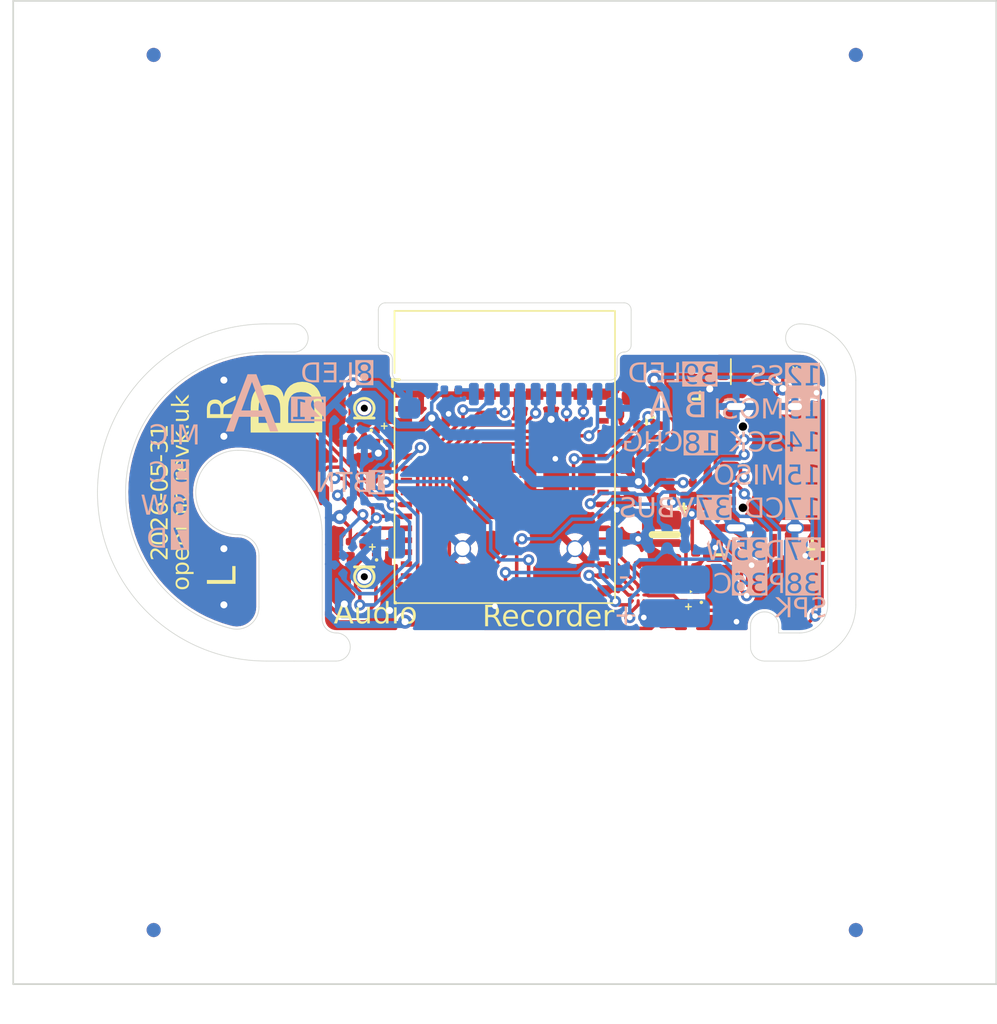
<source format=kicad_pcb>
(kicad_pcb (version 20240108) (generator "pcbnew") (generator_version "8.0")
  (title_block (title "PCB-AUDIO") (rev "1") (company "Adrian Kennard, Andrews & Arnold Ltd"))
  (layers (0 "F.Cu" signal) (31 "B.Cu" signal) (34 "B.Paste" user) (35 "F.Paste" user) (36 "B.SilkS" user "B.Silkscreen") (37 "F.SilkS" user "F.Silkscreen") (38 "B.Mask" user) (39 "F.Mask" user) (44 "Edge.Cuts" user))
  (net 0 "")
  (net 1 "GND")
  (net 2 "+3V3")
  (net 3 "Net-(J5-CC1)")
  (net 4 "D+")
  (net 5 "D-")
  (net 7 "Net-(J5-CC2)")
  (net 9 "Net-(U6-EN)")
  (net 16 "BLINK")
  (net 21 "VBAT")
  (net 24 "Net-(D3-K)")
  (net 25 "VBUS")
  (net 26 "WS")
  (net 27 "SD")
  (net 28 "SCK")
  (net 29 "Net-(U3-PROG)")
  (net 30 "CHARGING")
  (net 32 "SDSCK")
  (net 33 "SDCD")
  (net 34 "SDSS")
  (net 35 "Net-(J4-DAT2)")
  (net 36 "SDMOSI")
  (net 37 "SDMISO")
  (net 38 "Net-(J2-Pin_2)")
  (net 39 "BUTTON")
  (net 40 "Net-(D4-I)")
  (net 41 "LEDMIC")
  (net 45 "SDDAT1")
  (net 50 "Net-(D1-O)")
  (net 53 "Net-(U5-~{SD_MODE})")
  (net 54 "SKPPWR")
  (net 55 "SKPSD")
  (net 56 "SKPSCK")
  (net 57 "SKPWS")
  (net 58 "Net-(U6-GPIO41)")
  (net 59 "Net-(U5-OUTP)")
  (net 60 "Net-(U5-OUTN)")
  (footprint "RevK:R_0402" (layer "F.Cu") (at 96.6 108.8 90)
    (property "Reference" "R10" (hide yes))
    (property "Value" "10K" (hide yes))
  )
  (footprint "RevK:SMD1010" (layer "F.Cu") (at 121.1 91.8 45)
    (property "Reference" "D6" (hide yes))
    (property "Value" "XL-1010RGBC-WS2812B" (hide yes))
  )
  (footprint "RevK:R_0402" (layer "F.Cu") (at 95.75 108.8 90)
    (property "Reference" "R11" (hide yes))
    (property "Value" "10K" (hide yes))
  )
  (footprint "RevK:SOT-23-5" (layer "F.Cu") (at 112.2 96.2)
    (property "Reference" "U3" (hide yes))
    (property "Value" "TP4054")
  )
  (footprint "RevK:R_0402" (layer "F.Cu") (at 94.9 108.8 90)
    (property "Reference" "R12" (hide yes))
    (property "Value" "10K" (hide yes))
  )
  (footprint "RevK:R_0402" (layer "F.Cu") (at 94.05 108.8 90)
    (property "Reference" "R13" (hide yes))
    (property "Value" "10K" (hide yes))
  )
  (footprint "RevK:Shadow" (layer "F.Cu") (at 101.55 98)
    (property "Reference" "REF**" (hide yes))
    (property "Value" "Shadow")
  )
  (footprint "RevK:SMD1010" (layer "F.Cu") (at 91.3 104 90)
    (property "Reference" "D5" (hide yes))
    (property "Value" "XL-1010RGBC-WS2812B" (hide yes))
  )
  (footprint "RevK:AA-Pad" (layer "F.Cu") (at 84.85 94 90)
    (property "Reference" "J2" (hide yes))
    (property "Value" "Reset")
  )
  (footprint "RevK:VCUT70N" (layer "F.Cu") (at 100 90)
    (property "Reference" "V1" (hide yes))
    (property "Value" "~")
  )
  (footprint "RevK:R_0402" (layer "F.Cu") (at 111.4 106.7)
    (property "Reference" "R4" (hide yes))
    (property "Value" "634K" (hide yes))
  )
  (footprint "RevK:R_0402" (layer "F.Cu") (at 98.3 108.8 90)
    (property "Reference" "R3" (hide yes))
    (property "Value" "10K" (hide yes))
  )
  (footprint "RevK:TS-1092S-B3D2-G" (layer "F.Cu") (at 90 100 -90)
    (property "Reference" "SW1" (hide yes))
    (property "Value" "SW_Push")
  )
  (footprint "RevK:R_0402" (layer "F.Cu") (at 108.736837 94.37 180)
    (property "Reference" "R2" (hide yes))
    (property "Value" "10K" (hide yes))
  )
  (footprint "RevK:CP_EIA-3528-21_Kemet-B" (layer "F.Cu") (at 111.4 103.5 90)
    (property "Reference" "C1" (hide yes))
    (property "Value" "220uF Tant")
  )
  (footprint "RevK:C_0402" (layer "F.Cu") (at 114.2 101.5 -90)
    (property "Reference" "C11" (hide yes))
    (property "Value" "10uF 6.3V" (hide yes))
  )
  (footprint "RevK:SOT-23-5" (layer "F.Cu") (at 111.8 91.8 180)
    (property "Reference" "U4" (hide yes))
    (property "Value" "ME6211C33M5G-N")
  )
  (footprint "RevK:C_0402" (layer "F.Cu") (at 107.3 109 90)
    (property "Reference" "C4" (hide yes))
    (property "Value" "100nF" (hide yes))
  )
  (footprint "RevK:SMD1010" (layer "F.Cu") (at 91.3 96)
    (property "Reference" "D4" (hide yes))
    (property "Value" "XL-1010RGBC-WS2812B" (hide yes))
  )
  (footprint "RevK:USB-C-Socket-H" (layer "F.Cu") (at 116.96 98.2 90)
    (property "Reference" "J5" (hide yes))
    (property "Value" "USB-C-Socket-H")
  )
  (footprint "RevK:R_0402" (layer "F.Cu") (at 113.45 94.1 180)
    (property "Reference" "R1" (hide yes))
    (property "Value" "10K" (hide yes))
  )
  (footprint "RevK:SMD1010" (layer "F.Cu") (at 113.2 107.4 180)
    (property "Reference" "D1" (hide yes))
    (property "Value" "XL-1010RGBC-WS2812B" (hide yes))
  )
  (footprint "RevK:WLP-1.437mmx1.347mm-0.21mm-ball" (layer "F.Cu") (at 109.5 107.3 90)
    (property "Reference" "U5" (hide yes))
    (property "Value" "MAX98357A")
  )
  (footprint "RevK:C_0402" (layer "F.Cu") (at 108.625 95.94 -90)
    (property "Reference" "C9" (hide yes))
    (property "Value" "1uF" (hide yes))
  )
  (footprint "RevK:D_SOD-123" (layer "F.Cu") (at 117.2 91.4)
    (property "Reference" "D3" (hide yes))
    (property "Value" "MBR0530")
  )
  (footprint "RevK:DFN1006-2L" (layer "F.Cu") (at 110.5 98.3)
    (property "Reference" "D2" (hide yes))
    (property "Value" "~")
  )
  (footprint "RevK:PCB7070" (layer "F.Cu") (at 100 100)
    (property "Reference" "PCB1" (hide yes))
    (property "Value" "70x70" (hide yes))
    (fp_line (start -35 -35) (end 35 -35) (stroke (width 0.12)) (layer "Edge.Cuts"))
    (fp_line (start -35 35) (end -35 -35) (stroke (width 0.12)) (layer "Edge.Cuts"))
    (fp_line (start 35 -35) (end 35 35) (stroke (width 0.12)) (layer "Edge.Cuts"))
    (fp_line (start 35 35) (end -35 35) (stroke (width 0.12)) (layer "Edge.Cuts"))
  )
  (footprint "RevK:R_0402" (layer "F.Cu") (at 113.9 99.3)
    (property "Reference" "R7" (hide yes))
    (property "Value" "10K" (hide yes))
  )
  (footprint "RevK:C_0603" (layer "F.Cu") (at 109.9 100.5 180)
    (property "Reference" "C3" (hide yes))
    (property "Value" "22uF")
  )
  (footprint "RevK:C_0402" (layer "F.Cu") (at 111.3 108.9 -90)
    (property "Reference" "C12" (hide yes))
    (property "Value" "10uF" (hide yes))
  )
  (footprint "RevK:R_0402" (layer "F.Cu") (at 116.5 103.7)
    (property "Reference" "R5" (hide yes))
    (property "Value" "5K1" (hide yes))
  )
  (footprint "RevK:C_0402" (layer "F.Cu") (at 108.5 98.9 -90)
    (property "Reference" "C2" (hide yes))
    (property "Value" "100nF" (hide yes))
  )
  (footprint "RevK:C_0402" (layer "F.Cu") (at 112.8 108.8)
    (property "Reference" "C14" (hide yes))
    (property "Value" "100nF" (hide yes))
  )
  (footprint "RevK:R_0402" (layer "F.Cu") (at 120.7 103.7)
    (property "Reference" "R6" (hide yes))
    (property "Value" "5K1" (hide yes))
  )
  (footprint "RevK:C_0402" (layer "F.Cu") (at 118.5 93.1 180)
    (property "Reference" "C10" (hide yes))
    (property "Value" "100nF" (hide yes))
  )
  (footprint "RevK:1.25T-2PWT (Molex 532610271)" (layer "F.Cu") (at 118.509 104.9 180)
    (property "Reference" "J1" (hide yes))
    (property "Value" "Battery")
  )
  (footprint "RevK:SOT-23" (layer "F.Cu") (at 112.3 99.3 180)
    (property "Reference" "Q2" (hide yes))
    (property "Value" "CJ2301")
  )
  (footprint "RevK:C_0805" (layer "F.Cu") (at 109.05 92.2 90)
    (property "Reference" "C16" (hide yes))
    (property "Value" "100uF")
  )
  (footprint "RevK:C_0402" (layer "F.Cu") (at 89 96 -90)
    (property "Reference" "C6" (hide yes))
    (property "Value" "100nF" (hide yes))
  )
  (footprint "RevK:R_0402" (layer "F.Cu") (at 97.45 108.8 90)
    (property "Reference" "R9" (hide yes))
    (property "Value" "10K" (hide yes))
  )
  (footprint "RevK:C_0402" (layer "F.Cu") (at 89 104 -90)
    (property "Reference" "C5" (hide yes))
    (property "Value" "100nF" (hide yes))
  )
  (footprint "RevK:R_0402" (layer "F.Cu") (at 113.6 104.8 -90)
    (property "Reference" "R8" (hide yes))
    (property "Value" "10K" (hide yes))
  )
  (footprint "RevK:ESP32-S3-MINI-1" (layer "F.Cu") (at 100 100)
    (property "Reference" "U6" (hide yes))
    (property "Value" "ESP32-S3-MINI-1" (hide yes))
  )
  (footprint "RevK:C_0402" (layer "F.Cu") (at 109.7 96.7 90)
    (property "Reference" "C7" (hide yes))
    (property "Value" "10uF 6.3V" (hide yes))
  )
  (footprint "RevK:TF_PUSH" (layer "B.Cu") (at 100.05 100.75 180)
    (property "Reference" "J4" (hide yes))
    (property "Value" "TF_PUSH")
  )
  (footprint "RevK:C_0402" (layer "B.Cu") (at 89.5 97.7 180)
    (property "Reference" "C8" (hide yes))
    (property "Value" "100nF" (hide yes))
  )
  (footprint "RevK:C_0402" (layer "B.Cu") (at 89.5 100.6 180)
    (property "Reference" "C13" (hide yes))
    (property "Value" "100nF" (hide yes))
  )
  (footprint "RevK:ICS43434_MEMS_Mic" (layer "B.Cu") (at 89.444921 105.444921 -45)
    (property "Reference" "U2" (hide yes))
    (property "Value" "L")
  )
  (footprint "RevK:R_0402" (layer "B.Cu") (at 96.2 92.7)
    (property "Reference" "R14" (hide yes))
    (property "Value" "10K" (hide yes))
  )
  (footprint "RevK:VCUT70N" (layer "B.Cu") (at 100 110)
    (property "Reference" "V2" (hide yes))
    (property "Value" "~")
  )
  (footprint "RevK:Tag-Connect_TC2030-IDC-NL_2x03_P1.27mm_Vertical" (layer "B.Cu") (at 111.57 103.3 180)
    (property "Reference" "J3" (hide yes))
    (property "Value" "TC2030-USB-NL-DS")
  )
  (footprint "RevK:ICS43434_MEMS_Mic" (layer "B.Cu") (at 89.444921 94.555079 45)
    (property "Reference" "U1" (hide yes))
    (property "Value" "R")
  )
  (footprint "RevK:SolderPadSmall" (layer "B.Cu") (at 112.1 108.6 -90)
    (property "Reference" "TP1" (hide yes))
    (property "Value" "+" (hide yes))
  )
  (footprint "RevK:SolderPadSmall" (layer "B.Cu") (at 112.1 106.2 90)
    (property "Reference" "TP2" (hide yes))
    (property "Value" "-" (hide yes))
  )
  (gr_circle (center 90 106) (end 90 105.3) (stroke (width 0.2)) (fill none) (layer "F.SilkS"))
  (gr_circle (center 90 94) (end 90 94.7) (stroke (width 0.2)) (fill none) (layer "F.SilkS"))
  (gr_line (start 89.3 105.3) (end 90.7 105.3) (stroke (width 0.2)) (layer "F.SilkS"))
  (gr_line (start 90.7 94.7) (end 89.3 94.7) (stroke (width 0.2)) (layer "F.SilkS"))
  (gr_arc (start 91.5 90) (mid 91.146447 89.853553) (end 91 89.5) (stroke (width 0.05)) (layer "Edge.Cuts"))
  (gr_line (start 91 89.5) (end 91 87) (stroke (width 0.05)) (layer "Edge.Cuts"))
  (gr_arc (start 88 110) (mid 87.292893 109.707107) (end 87 109) (stroke (width 0.05)) (layer "Edge.Cuts"))
  (gr_line (start 88 112) (end 85 112) (stroke (width 0.05)) (layer "Edge.Cuts"))
  (gr_line (start 85 90) (end 83 90) (stroke (width 0.05)) (layer "Edge.Cuts"))
  (gr_line (start 92 91.5) (end 92 90.5) (stroke (width 0.05)) (layer "Edge.Cuts"))
  (gr_line (start 82.5 104.5) (end 82.5 108.148362) (stroke (width 0.05)) (layer "Edge.Cuts"))
  (gr_line (start 117.5 109.5) (end 117.5 111) (stroke (width 0.05)) (layer "Edge.Cuts"))
  (gr_arc (start 81 103) (mid 82.06066 103.43934) (end 82.5 104.5) (stroke (width 0.05)) (layer "Edge.Cuts"))
  (gr_line (start 87 103) (end 87 109) (stroke (width 0.05)) (layer "Edge.Cuts"))
  (gr_arc (start 108.5 86.5) (mid 108.853553 86.646447) (end 109 87) (stroke (width 0.05)) (layer "Edge.Cuts"))
  (gr_arc (start 125 108) (mid 123.828427 110.828427) (end 121 112) (stroke (width 0.05)) (layer "Edge.Cuts"))
  (gr_arc (start 83 112) (mid 71 100) (end 83 88) (stroke (width 0.05)) (layer "Edge.Cuts"))
  (gr_arc (start 118.5 112) (mid 117.792893 111.707107) (end 117.5 111) (stroke (width 0.05)) (layer "Edge.Cuts"))
  (gr_arc (start 121 90) (mid 122.414214 90.585786) (end 123 92) (stroke (width 0.05)) (layer "Edge.Cuts"))
  (gr_arc (start 108 91.5) (mid 107.853553 91.853553) (end 107.5 92) (stroke (width 0.05)) (layer "Edge.Cuts"))
  (gr_arc (start 81 97) (mid 85.242641 98.757359) (end 87 103) (stroke (width 0.05)) (layer "Edge.Cuts"))
  (gr_line (start 83 88) (end 85 88) (stroke (width 0.05)) (layer "Edge.Cuts"))
  (gr_arc (start 91.5 90) (mid 91.853553 90.146447) (end 92 90.5) (stroke (width 0.05)) (layer "Edge.Cuts"))
  (gr_arc (start 88 110) (mid 89 111) (end 88 112) (stroke (width 0.05)) (layer "Edge.Cuts"))
  (gr_arc (start 121 90) (mid 120 89) (end 121 88) (stroke (width 0.05)) (layer "Edge.Cuts"))
  (gr_line (start 119.5 109.5) (end 119.5 110) (stroke (width 0.05)) (layer "Edge.Cuts"))
  (gr_arc (start 91 87) (mid 91.146447 86.646447) (end 91.5 86.5) (stroke (width 0.05)) (layer "Edge.Cuts"))
  (gr_arc (start 108 90.5) (mid 108.146447 90.146447) (end 108.5 90) (stroke (width 0.05)) (layer "Edge.Cuts"))
  (gr_line (start 121 112) (end 118.5 112) (stroke (width 0.05)) (layer "Edge.Cuts"))
  (gr_arc (start 123 108) (mid 122.414214 109.414214) (end 121 110) (stroke (width 0.05)) (layer "Edge.Cuts"))
  (gr_arc (start 92.5 92) (mid 92.146447 91.853553) (end 92 91.5) (stroke (width 0.05)) (layer "Edge.Cuts"))
  (gr_line (start 123 92) (end 123 108) (stroke (width 0.05)) (layer "Edge.Cuts"))
  (gr_line (start 85 112) (end 83 112) (stroke (width 0.05)) (layer "Edge.Cuts"))
  (gr_arc (start 81 103) (mid 78 100) (end 81 97) (stroke (width 0.05)) (layer "Edge.Cuts"))
  (gr_line (start 109 89.5) (end 109 87) (stroke (width 0.05)) (layer "Edge.Cuts"))
  (gr_line (start 125 108) (end 125 92) (stroke (width 0.05)) (layer "Edge.Cuts"))
  (gr_line (start 92.5 92) (end 107.5 92) (stroke (width 0.05)) (layer "Edge.Cuts"))
  (gr_arc (start 121 88) (mid 123.828427 89.171573) (end 125 92) (stroke (width 0.05)) (layer "Edge.Cuts"))
  (gr_arc (start 109 89.5) (mid 108.853553 89.853553) (end 108.5 90) (stroke (width 0.05)) (layer "Edge.Cuts"))
  (gr_line (start 108 91.5) (end 108 90.5) (stroke (width 0.05)) (layer "Edge.Cuts"))
  (gr_line (start 91.5 86.5) (end 108.5 86.5) (stroke (width 0.05)) (layer "Edge.Cuts"))
  (gr_arc (start 80.434233 109.665239) (mid 73.084043 98.706243) (end 83 90) (stroke (width 0.05)) (layer "Edge.Cuts"))
  (gr_arc (start 85 88) (mid 86 89) (end 85 90) (stroke (width 0.05)) (layer "Edge.Cuts"))
  (gr_arc (start 118.5 108.5) (mid 119.207107 108.792893) (end 119.5 109.5) (stroke (width 0.05)) (layer "Edge.Cuts"))
  (gr_line (start 119.5 110) (end 121 110) (stroke (width 0.05)) (layer "Edge.Cuts"))
  (gr_arc (start 82.5 108.148362) (mid 81.851149 109.427688) (end 80.435624 109.66) (stroke (width 0.05)) (layer "Edge.Cuts"))
  (gr_arc (start 117.5 109.5) (mid 117.792893 108.792893) (end 118.5 108.5) (stroke (width 0.05)) (layer "Edge.Cuts"))
  (gr_text "35\n36" (at 118.7 105.4 0) (layer "B.SilkS" knockout) (effects (font (size 1.4 1.4)) (justify left mirror)))
  (gr_text "VBUS" (at 113.5 102 0) (layer "B.SilkS") (effects (font (size 1.4 1.4)) (justify left bottom mirror)))
  (gr_text "1" (at 90.9 99.4 0) (layer "B.SilkS" knockout) (effects (font (size 1.4 1.4)) (justify mirror)))
  (gr_text "MIC" (at 76.5 96 0) (layer "B.SilkS") (effects (font (size 1.4 1.4)) (justify mirror)))
  (gr_text "A" (at 111.1 93.9 0) (layer "B.SilkS") (effects (font (size 1.8 1.8)) (justify mirror)))
  (gr_text "CHG" (at 112.7 97.3 0) (layer "B.SilkS") (effects (font (size 1.4 1.4)) (justify left bottom mirror)))
  (gr_text "D\nP" (at 120 105.4 0) (layer "B.SilkS") (effects (font (size 1.4 1.4)) (justify left mirror)))
  (gr_text "W\nC" (at 116.2 105.4 0) (layer "B.SilkS") (effects (font (size 1.4 1.4)) (justify left mirror)))
  (gr_text "39" (at 113.9 91.7 0) (layer "B.SilkS" knockout) (effects (font (size 1.4 1.4)) (justify mirror)))
  (gr_text "A" (at 82 94 0) (layer "B.SilkS") (effects (font (size 4 4)) (justify mirror)))
  (gr_text "18" (at 114 96.6 0) (layer "B.SilkS" knockout) (effects (font (size 1.4 1.4)) (justify mirror)))
  (gr_text "8" (at 90 91.6 0) (layer "B.SilkS" knockout) (effects (font (size 1.4 1.4)) (justify mirror)))
  (gr_text "B" (at 113.6 93.9 0) (layer "B.SilkS") (effects (font (size 1.8 1.8)) (justify mirror)))
  (gr_text "12\n13\n14\n15\n17" (at 122.5 96.5 0) (layer "B.SilkS" knockout) (effects (font (size 1.4 1.4)) (justify left mirror)))
  (gr_text "SS\nMOSI\nSCK\nMISO\nCD" (at 119.9 96.5 0) (layer "B.SilkS") (effects (font (size 1.4 1.4)) (justify left mirror)))
  (gr_text "21" (at 86 94.2 0) (layer "B.SilkS" knockout) (effects (font (size 1.4 1.4)) (justify mirror)))
  (gr_text "BTN" (at 90.5 100.2 0) (layer "B.SilkS") (effects (font (size 1.4 1.4)) (justify left bottom mirror)))
  (gr_text "5\n6\n7" (at 77.5 101 0) (layer "B.SilkS" knockout) (effects (font (size 1.4 1.4)) (justify left mirror)))
  (gr_text "C\nW\nD" (at 76 101 0) (layer "B.SilkS") (effects (font (size 1.4 1.4)) (justify left mirror)))
  (gr_text "SPK" (at 121.1 108.3 0) (layer "B.SilkS") (effects (font (size 1.4 1.4)) (justify mirror)))
  (gr_text "37" (at 114.9 101.2 0) (layer "B.SilkS" knockout) (effects (font (size 1.4 1.4)) (justify mirror)))
  (gr_text "37\n38" (at 122.5 105.4 0) (layer "B.SilkS" knockout) (effects (font (size 1.4 1.4)) (justify left mirror)))
  (gr_text "LED" (at 89.3 92.4 0) (layer "B.SilkS") (effects (font (size 1.4 1.4)) (justify left bottom mirror)))
  (gr_text "LED" (at 112.6 92.4 0) (layer "B.SilkS") (effects (font (size 1.4 1.4)) (justify left bottom mirror)))
  (gr_text "Audio" (at 90.8 108.7 0) (layer "F.SilkS") (effects (font (size 1.5 1.5))))
  (gr_text "-" (at 115.3 104.5 180) (layer "F.SilkS") (effects (font (size 2 2))))
  (gr_text "openmic.revk.uk" (at 77 100 90) (layer "F.SilkS") (effects (font (size 1.2 1.2))))
  (gr_text "+" (at 121.9 104 180) (layer "F.SilkS") (effects (font (size 2 2))))
  (gr_text "R" (at 80 94 90) (layer "F.SilkS") (effects (font (size 2 2))))
  (gr_text "${CURRENT_DATE}" (at 75.5 100 90) (layer "F.SilkS") (effects (font (size 1.2 1.2))))
  (gr_text "L" (at 80 106 90) (layer "F.SilkS") (effects (font (size 2 2))))
  (gr_text "Recorder" (at 103.1 108.9 0) (layer "F.SilkS") (effects (font (size 1.5 1.5))))
  (segment (start 109.6625 103.3) (end 111.4 105.0375) (width 0.5) (layer "F.Cu") (net 1))
  (segment (start 90.075 96.425) (end 90 96.35) (width 0.25) (layer "F.Cu") (net 1))
  (segment (start 91.725 104.661301) (end 91.386606 104.999695) (width 0.25) (layer "F.Cu") (net 1))
  (segment (start 108.380608 97.369392) (end 108.625 97.369392) (width 0.25) (layer "F.Cu") (net 1))
  (segment (start 89 104.5) (end 89 104.769999) (width 0.25) (layer "F.Cu") (net 1))
  (segment (start 108.625 96.44) (end 107.16 96.44) (width 0.5) (layer "F.Cu") (net 1))
  (segment (start 113.6287 105.3) (end 115 103.9287) (width 0.25) (layer "F.Cu") (net 1))
  (segment (start 92.4 107) (end 93 107) (width 0.25) (layer "F.Cu") (net 1))
  (segment (start 108.25 106.75) (end 108.8 107.3) (width 0.25) (layer "F.Cu") (net 1))
  (segment (start 109.386524 98.110051) (end 108.645865 97.369392) (width 0.5) (layer "F.Cu") (net 1))
  (segment (start 91.725 104.425) (end 91.725 104.661301) (width 0.25) (layer "F.Cu") (net 1))
  (segment (start 107.855 98.6) (end 107.855 97.895) (width 0.25) (layer "F.Cu") (net 1))
  (segment (start 108.5 99.4) (end 107.855 99.4) (width 0.5) (layer "F.Cu") (net 1))
  (segment (start 107.855 99.4) (end 107.855 98.9) (width 0.5) (layer "F.Cu") (net 1))
  (segment (start 109.05 91.35) (end 107.4 93) (width 0.5) (layer "F.Cu") (net 1))
  (segment (start 115.89 94.46) (end 116.47 93.88) (width 0.5) (layer "F.Cu") (net 1))
  (segment (start 114.2 102) (end 114.72 102.52) (width 0.5) (layer "F.Cu") (net 1))
  (segment (start 120.2 102.98) (end 120.66 102.52) (width 0.5) (layer "F.Cu") (net 1))
  (segment (start 109.5 107.3) (end 108.8 107.3) (width 0.2) (layer "F.Cu") (net 1))
  (segment (start 90.875 96.425) (end 90.075 96.425) (width 0.25) (layer "F.Cu") (net 1))
  (segment (start 107.4 93) (end 107 93) (width 0.5) (layer "F.Cu") (net 1))
  (segment (start 109.125 100.5) (end 108.728034 100.5) (width 0.5) (layer "F.Cu") (net 1))
  (segment (start 108.625 96.44) (end 108.625 97.125) (width 0.5) (layer "F.Cu") (net 1))
  (segment (start 114.72 102.52) (end 116.47 102.52) (width 0.5) (layer "F.Cu") (net 1))
  (segment (start 110.075 98.3) (end 109.885051 98.110051) (width 0.5) (layer "F.Cu") (net 1))
  (segment (start 108.625 97.369392) (end 108.625 96.44) (width 0.5) (layer "F.Cu") (net 1))
  (segment (start 107.7 107) (end 107.95 106.75) (width 0.25) (layer "F.Cu") (net 1))
  (segment (start 115.89 95) (end 115.89 94.46) (width 0.5) (layer "F.Cu") (net 1))
  (segment (start 113.6 105.3) (end 113.6287 105.3) (width 0.25) (layer "F.Cu") (net 1))
  (segment (start 108.625 97.125) (end 107.855 97.895) (width 0.5) (layer "F.Cu") (net 1))
  (segment (start 91.386606 104.999695) (end 91.386606 105.8) (width 0.25) (layer "F.Cu") (net 1))
  (segment (start 116.47 102.52) (end 117 103.05) (width 0.5) (layer "F.Cu") (net 1))
  (segment (start 91.386606 105.8) (end 91.386606 105.986606) (width 0.25) (layer "F.Cu") (net 1))
  (segment (start 113.6 106.95) (end 113.625 106.975) (width 0.25) (layer "F.Cu") (net 1))
  (segment (start 120.2 103.7) (end 120.2 102.98) (width 0.5) (layer "F.Cu") (net 1))
  (segment (start 117 103.05) (end 117 103.7) (width 0.5) (layer "F.Cu") (net 1))
  (segment (start 111 105.2375) (end 111.2 105.0375) (width 0.5) (layer "F.Cu") (net 1))
  (segment (start 90 96.35) (end 90 95.3) (width 0.25) (layer "F.Cu") (net 1))
  (segment (start 111.3 109.4) (end 111.345 109.445) (width 0.25) (layer "F.Cu") (net 1))
  (segment (start 107 107) (end 107.7 107) (width 0.25) (layer "F.Cu") (net 1))
  (segment (start 109.885051 98.110051) (end 109.386524 98.110051) (width 0.5) (layer "F.Cu") (net 1))
  (segment (start 113.6 105.3) (end 113.6 106.95) (width 0.25) (layer "F.Cu") (net 1))
  (segment (start 108.5 99.875) (end 109.125 100.5) (width 0.5) (layer "F.Cu") (net 1))
  (segment (start 91.386606 105.986606) (end 92.4 107) (width 0.25) (layer "F.Cu") (net 1))
  (segment (start 108.728034 100.5) (end 108.064017 101.164017) (width 0.5) (layer "F.Cu") (net 1))
  (segment (start 109.5 103.3) (end 109.6625 103.3) (width 0.5) (layer "F.Cu") (net 1))
  (segment (start 108.5 99.4) (end 108.5 99.875) (width 0.5) (layer "F.Cu") (net 1))
  (segment (start 107.95 106.75) (end 108.25 106.75) (width 0.25) (layer "F.Cu") (net 1))
  (segment (start 116.47 101.98) (end 115.89 101.4) (width 0.5) (layer "F.Cu") (net 1))
  (segment (start 88.90339 104.866609) (end 88.90339 107.616687) (width 0.25) (layer "F.Cu") (net 1))
  (segment (start 107.855 97.895) (end 108.380608 97.369392) (width 0.25) (layer "F.Cu") (net 1))
  (segment (start 107.855 98.9) (end 107.855 98.6) (width 0.25) (layer "F.Cu") (net 1))
  (segment (start 89 96.5) (end 89.85 96.5) (width 0.25) (layer "F.Cu") (net 1))
  (segment (start 111.345 109.445) (end 112.655 109.445) (width 0.25) (layer "F.Cu") (net 1))
  (segment (start 107.16 96.44) (end 107 96.6) (width 0.5) (layer "F.Cu") (net 1))
  (segment (start 88.90339 107.616687) (end 88.580477 107.9396) (width 0.25) (layer "F.Cu") (net 1))
  (segment (start 112.655 109.445) (end 113.3 108.8) (width 0.25) (layer "F.Cu") (net 1))
  (segment (start 108.645865 97.369392) (end 108.625 97.369392) (width 0.5) (layer "F.Cu") (net 1))
  (segment (start 89 104.769999) (end 88.90339 104.866609) (width 0.25) (layer "F.Cu") (net 1))
  (segment (start 89.85 96.5) (end 90 96.35) (width 0.25) (layer "F.Cu") (net 1))
  (segment (start 116.47 102.52) (end 116.47 101.98) (width 0.5) (layer "F.Cu") (net 1))
  (segment (start 113.95 94.1) (end 113.95 93.45) (width 0.5) (layer "F.Cu") (net 1))
  (via (at 116.5 109.2) (size 0.8) (drill 0.4) (layers "F.Cu" "B.Cu") (net 1))
  (via (at 107.98 101.23) (size 0.8) (drill 0.4) (layers "F.Cu" "B.Cu") (net 1))
  (via (at 91 97.2) (size 1) (drill 0.5) (layers "F.Cu" "B.Cu") (net 1))
  (via (at 96 94.4) (size 0.8) (drill 0.4) (layers "F.Cu" "B.Cu") (net 1))
  (via (at 103.6 97.6) (size 0.8) (drill 0.4) (layers "F.Cu" "B.Cu") (net 1))
  (via (at 88.580477 107.9396) (size 1) (drill 0.5) (layers "F.Cu" "B.Cu") (net 1))
  (via (at 99.3 108.1) (size 0.8) (drill 0.4) (layers "F.Cu" "B.Cu") (net 1))
  (via (at 80 96) (size 1) (drill 0.5) (layers "F.Cu" "B.Cu") (net 1))
  (via (at 114.597671 92.625) (size 1) (drill 0.5) (layers "F.Cu" "B.Cu") (net 1))
  (via (at 97.2 99) (size 0.8) (drill 0.4) (layers "F.Cu" "B.Cu") (net 1))
  (via (at 103.3 94.8) (size 1) (drill 0.5) (layers "F.Cu" "B.Cu") (net 1))
  (via (at 80 108) (size 1) (drill 0.5) (layers "F.Cu" "B.Cu") (net 1))
  (via (at 115 103.9287) (size 0.8) (drill 0.4) (layers "F.Cu" "B.Cu") (net 1))
  (via (at 91.8 108.4) (size 1) (drill 0.5) (layers "F.Cu" "B.Cu") (net 1))
  (via (at 80 92) (size 1) (drill 0.5) (layers "F.Cu" "B.Cu") (net 1))
  (via (at 109.5 103.3) (size 0.8) (drill 0.4) (layers "F.Cu" "B.Cu") (net 1))
  (via (at 80 104) (size 1) (drill 0.5) (layers "F.Cu" "B.Cu") (net 1))
  (segment (start 116 98.1) (end 118 98.1) (width 0.25) (layer "B.Cu") (net 1))
  (segment (start 115.25 100) (end 115.25 98.85) (width 0.25) (layer "B.Cu") (net 1))
  (segment (start 90.5 97.7) (end 91 97.2) (width 0.25) (layer "B.Cu") (net 1))
  (segment (start 89.8 97.9) (end 89.8 100.4) (width 0.25) (layer "B.Cu") (net 1))
  (segment (start 90.283051 100.883051) (end 90.957746 100.883051) (width 0.25) (layer "B.Cu") (net 1))
  (segment (start 115.25 98.85) (end 116 98.1) (width 0.25) (layer "B.Cu") (net 1))
  (segment (start 109.5 103.3) (end 109.665 103.3) (width 0.5) (layer "B.Cu") (net 1))
  (segment (start 118.2 105.9) (end 118.3 105.8) (width 0.25) (layer "B.Cu") (net 1))
  (segment (start 90.957746 100.883051) (end 92.3 102.225305) (width 0.25) (layer "B.Cu") (net 1))
  (segment (start 118 98.1) (end 120.66 100.76) (width 0.25) (layer "B.Cu") (net 1))
  (segment (start 107.8 102.276563) (end 108.667563 101.409) (width 0.5) (layer "B.Cu") (net 1))
  (segment (start 109.665 103.3) (end 110.3 103.935) (width 0.5) (layer "B.Cu") (net 1))
  (segment (start 118.3 105.8) (end 118.3 104.35) (width 0.25) (layer "B.Cu") (net 1))
  (segment (start 89.8 100.4) (end 90 100.6) (width 0.25) (layer "B.Cu") (net 1))
  (segment (start 92.3 102.225305) (end 92.3 103.6) (width 0.25) (layer "B.Cu") (net 1))
  (segment (start 116.85 105.439606) (end 116.85 105.475305) (width 0.25) (layer "B.Cu") (net 1))
  (segment (start 109.392437 101.409) (end 110.3 102.316563) (width 0.5) (layer "B.Cu") (net 1))
  (segment (start 91.15245 91.5) (end 91 91.5) (width 0.5) (layer "B.Cu") (net 1))
  (segment (start 90 97.7) (end 90.5 97.7) (width 0.25) (layer "B.Cu") (net 1))
  (segment (start 110.3 102.316563) (end 110.3 102.665) (width 0.5) (layer "B.Cu") (net 1))
  (segment (start 109.5 103.3) (end 110.2 103.3) (width 0.5) (layer "B.Cu") (net 1))
  (segment (start 115.339094 103.9287) (end 116.85 105.439606) (width 0.25) (layer "B.Cu") (net 1))
  (segment (start 115.25 101.300001) (end 115.25 100) (width 0.5) (layer "B.Cu") (net 1))
  (segment (start 118.3 104.35) (end 116.47 102.52) (width 0.25) (layer "B.Cu") (net 1))
  (segment (start 115 103.9287) (end 115.339094 103.9287) (width 0.25) (layer "B.Cu") (net 1))
  (segment (start 120.66 100.76) (end 120.66 102.52) (width 0.25) (layer "B.Cu") (net 1))
  (segment (start 116.469999 102.52) (end 115.25 101.300001) (width 0.5) (layer "B.Cu") (net 1))
  (segment (start 108.667563 101.409) (end 109.392437 101.409) (width 0.5) (layer "B.Cu") (net 1))
  (segment (start 90 97.7) (end 89.8 97.9) (width 0.25) (layer "B.Cu") (net 1))
  (segment (start 117.274695 105.9) (end 118.2 105.9) (width 0.25) (layer "B.Cu") (net 1))
  (segment (start 116.85 105.475305) (end 117.274695 105.9) (width 0.25) (layer "B.Cu") (net 1))
  (segment (start 107.8 103.6) (end 107.8 102.276563) (width 0.5) (layer "B.Cu") (net 1))
  (segment (start 109.665 103.3) (end 110.3 102.665) (width 0.5) (layer "B.Cu") (net 1))
  (segment (start 93.2 93.54755) (end 91.15245 91.5) (width 0.5) (layer "B.Cu") (net 1))
  (segment (start 90 100.6) (end 90.283051 100.883051) (width 0.25) (layer "B.Cu") (net 1))
  (segment (start 121.1 91.198959) (end 120.930294 91.029253) (width 0.25) (layer "F.Cu") (net 2))
  (segment (start 119.3 93.1) (end 119.8 92.6) (width 0.25) (layer "F.Cu") (net 2))
  (segment (start 90.362688 102.975) (end 90.378958 102.99127) (width 0.25) (layer "F.Cu") (net 2))
  (segment (start 90.378958 102.99127) (end 90.79127 102.99127) (width 0.25) (layer "F.Cu") (net 2))
  (segment (start 112.045 107.345) (end 112.525 107.825) (width 0.25) (layer "F.Cu") (net 2))
  (segment (start 109.522894 99.257236) (end 109.522894 99.23637) (width 0.5) (layer "F.Cu") (net 2))
  (segment (start 119.8 91.5) (end 119.8 92.6) (width 0.25) (layer "F.Cu") (net 2))
  (segment (start 111.3 108.434762) (end 111.3 108.4) (width 0.25) (layer "F.Cu") (net 2))
  (segment (start 107.3 109.5) (end 107.475 109.675) (width 0.25) (layer "F.Cu") (net 2))
  (segment (start 108.5 98.4) (end 108.686524 98.4) (width 0.5) (layer "F.Cu") (net 2))
  (segment (start 110.425 109.675) (end 110.655 109.445) (width 0.25) (layer "F.Cu") (net 2))
  (segment (start 89.525 102.975) (end 90.362688 102.975) (width 0.25) (layer "F.Cu") (net 2))
  (segment (start 109.55 92.75) (end 109.05 93.25) (width 0.5) (layer "F.Cu") (net 2))
  (segment (start 94.05 109.3) (end 94.9 109.3) (width 0.5) (layer "F.Cu") (net 2))
  (segment (start 94.685786 94.7) (end 94.8 94.7) (width 0.8) (layer "F.Cu") (net 2))
  (segment (start 97.45 109.3) (end 98.3 109.3) (width 0.5) (layer "F.Cu") (net 2))
  (segment (start 96.6 109.3) (end 97.45 109.3) (width 0.5) (layer "F.Cu") (net 2))
  (segment (start 112.3 108.8) (end 112.3 108.3) (width 0.25) (layer "F.Cu") (net 2))
  (segment (start 112.525 107.825) (end 112.775 107.825) (width 0.25) (layer "F.Cu") (net 2))
  (segment (start 94.9 109.3) (end 95.75 109.3) (width 0.5) (layer "F.Cu") (net 2))
  (segment (start 110.675 101.4375) (end 110.675 100.5) (width 0.5) (layer "F.Cu") (net 2))
  (segment (start 89 103.5) (end 89.525 102.975) (width 0.25) (layer "F.Cu") (net 2))
  (segment (start 110.675 100.409342) (end 109.522894 99.257236) (width 0.5) (layer "F.Cu") (net 2))
  (segment (start 119 93.1) (end 119.3 93.1) (width 0.25) (layer "F.Cu") (net 2))
  (segment (start 95.75 109.3) (end 96.6 109.3) (width 0.5) (layer "F.Cu") (net 2))
  (segment (start 92.9 109.2) (end 93 109.3) (width 0.5) (layer "F.Cu") (net 2))
  (segment (start 111.2 101.9625) (end 110.675 101.4375) (width 0.5) (layer "F.Cu") (net 2))
  (segment (start 89 95.5) (end 89 94) (width 0.25) (layer "F.Cu") (net 2))
  (segment (start 107.125 109.675) (end 107.3 109.5) (width 0.25) (layer "F.Cu") (net 2))
  (segment (start 98.575 109.675) (end 107.125 109.675) (width 0.25) (layer "F.Cu") (net 2))
  (segment (start 89 92.5) (end 89.2 92.3) (width 0.25) (layer "F.Cu") (net 2))
  (segment (start 98.45 109.45) (end 98.45 109.55) (width 0.25) (layer "F.Cu") (net 2))
  (segment (start 93 95.75) (end 93.635786 95.75) (width 0.8) (layer "F.Cu") (net 2))
  (segment (start 89 102.5) (end 88.25 101.75) (width 0.25) (layer "F.Cu") (net 2))
  (segment (start 93.635786 95.75) (end 94.685786 94.7) (width 0.8) (layer "F.Cu") (net 2))
  (segment (start 93 109.3) (end 94.05 109.3) (width 0.5) (layer "F.Cu") (net 2))
  (segment (start 108.686524 98.4) (end 109.522894 99.23637) (width 0.5) (layer "F.Cu") (net 2))
  (segment (start 110.655 109.445) (end 110.655 109.079762) (width 0.25) (layer "F.Cu") (net 2))
  (segment (start 110.245 107.345) (end 112.045 107.345) (width 0.25) (layer "F.Cu") (net 2))
  (segment (start 120.270747 91.029253) (end 119.8 91.5) (width 0.25) (layer "F.Cu") (net 2))
  (segment (start 89 94) (end 89 92.5) (width 0.25) (layer "F.Cu") (net 2))
  (segment (start 98.3 109.3) (end 98.45 109.45) (width 0.25) (layer "F.Cu") (net 2))
  (segment (start 111.3 108.4) (end 111.9 108.4) (width 0.25) (layer "F.Cu") (net 2))
  (segment (start 110.2 107.3) (end 110.245 107.345) (width 0.25) (layer "F.Cu") (net 2))
  (segment (start 110.655 109.079762) (end 111.3 108.434762) (width 0.25) (layer "F.Cu") (net 2))
  (segment (start 120.930294 91.029253) (end 120.270747 91.029253) (width 0.25) (layer "F.Cu") (net 2))
  (segment (start 110.6625 92.75) (end 109.55 92.75) (width 0.5) (layer "F.Cu") (net 2))
  (segment (start 89 103.5) (end 89 102.5) (width 0.25) (layer "F.Cu") (net 2))
  (segment (start 90.79127 102.99127) (end 90.825 103.025) (width 0.25) (layer "F.Cu") (net 2))
  (segment (start 110.6625 91.9625) (end 110.65 91.95) (width 0.5) (layer "F.Cu") (net 2))
  (segment (start 112.3 108.3) (end 112.775 107.825) (width 0.25) (layer "F.Cu") (net 2))
  (segment (start 109.236837 94.37) (end 109.236837 93.436837) (width 0.5) (layer "F.Cu") (net 2))
  (segment (start 91.725 95.575) (end 92.825 95.575) (width 0.5) (layer "F.Cu") (net 2))
  (segment (start 92.825 95.575) (end 93 95.75) (width 0.5) (layer "F.Cu") (net 2))
  (segment (start 98.45 109.55) (end 98.575 109.675) (width 0.25) (layer "F.Cu") (net 2))
  (segment (start 90.825 103.025) (end 90.825 103.575) (width 0.25) (layer "F.Cu") (net 2))
  (segment (start 110.6625 92.75) (end 110.6625 91.9625) (width 0.5) (layer "F.Cu") (net 2))
  (segment (start 111.9 108.4) (end 112.3 108.8) (width 0.25) (layer "F.Cu") (net 2))
  (segment (start 107.475 109.675) (end 110.425 109.675) (width 0.25) (layer "F.Cu") (net 2))
  (via (at 119.8 92.6) (size 1) (drill 0.5) (layers "F.Cu" "B.Cu") (net 2))
  (via (at 94.8 94.7) (size 1) (drill 0.5) (layers "F.Cu" "B.Cu") (net 2))
  (via (at 88.25 101.75) (size 1) (drill 0.5) (layers "F.Cu" "B.Cu") (net 2))
  (via (at 109.522894 99.23637) (size 1) (drill 0.5) (layers "F.Cu" "B.Cu") (net 2))
  (via (at 110.65 91.95) (size 1) (drill 0.5) (layers "F.Cu" "B.Cu") (net 2))
  (via (at 89.2 92.3) (size 1) (drill 0.5) (layers "F.Cu" "B.Cu") (net 2))
  (via (at 92.9 109.2) (size 1) (drill 0.5) (layers "F.Cu" "B.Cu") (net 2))
  (segment (start 87.45 105.1) (end 87.45 108.7) (width 0.5) (layer "B.Cu") (net 2))
  (segment (start 91.95 94.3) (end 91.95 94.716726) (width 0.5) (layer "B.Cu") (net 2))
  (segment (start 87 100.5) (end 87 94.5) (width 0.5) (layer "B.Cu") (net 2))
  (segment (start 111.5 95.7) (end 111 96.2) (width 0.5) (layer "B.Cu") (net 2))
  (segment (start 87.879404 93.65) (end 87.85 93.65) (width 0.5) (layer "B.Cu") (net 2))
  (segment (start 94.8 94.7) (end 94.8 93.6) (width 0.25) (layer "B.Cu") (net 2))
  (segment (start 87.85 93.65) (end 89.2 92.3) (width 0.5) (layer "B.Cu") (net 2))
  (segment (start 87.45 108.7) (end 88.15 109.4) (width 0.5) (layer "B.Cu") (net 2))
  (segment (start 109.522894 97.677106) (end 109.522894 99.23637) (width 0.5) (layer "B.Cu") (net 2))
  (segment (start 91.95 93.2875) (end 90.9625 92.3) (width 0.5) (layer "B.Cu") (net 2))
  (segment (start 101.1 98.25) (end 102.075 99.225) (width 0.8) (layer "B.Cu") (net 2))
  (segment (start 110.8 91.8) (end 110.65 91.95) (width 0.25) (layer "B.Cu") (net 2))
  (segment (start 119 91.8) (end 110.8 91.8) (width 0.25) (layer "B.Cu") (net 2))
  (segment (start 89 97.7) (end 89 96.272792) (width 0.5) (layer "B.Cu") (net 2))
  (segment (start 91.95 94.3) (end 91.95 93.2875) (width 0.5) (layer "B.Cu") (net 2))
  (segment (start 89.225 97.925) (end 89 97.7) (width 0.5) (layer "B.Cu") (net 2))
  (segment (start 87.45 103.7) (end 87.45 101.8) (width 0.5) (layer "B.Cu") (net 2))
  (segment (start 109.511524 99.225) (end 109.522894 99.23637) (width 0.8) (layer "B.Cu") (net 2))
  (segment (start 101.1 93) (end 101.1 98.25) (width 0.8) (layer "B.Cu") (net 2))
  (segment (start 87 94.5) (end 87.85 93.65) (width 0.5) (layer "B.Cu") (net 2))
  (segment (start 88.2 101.8) (end 88.25 101.75) (width 0.5) (layer "B.Cu") (net 2))
  (segment (start 111.5 92.8) (end 111.5 95.7) (width 0.5) (layer "B.Cu") (net 2))
  (segment (start 91.95 94.716726) (end 92.433274 95.2) (width 0.5) (layer "B.Cu") (net 2))
  (segment (start 92.433274 95.2) (end 94.3 95.2) (width 0.5) (layer "B.Cu") (net 2))
  (segment (start 92.7 109.4) (end 92.9 109.2) (width 0.5) (layer "B.Cu") (net 2))
  (segment (start 91.95 94.511856) (end 91.95 94.3) (width 0.5) (layer "B.Cu") (net 2))
  (segment (start 96 95.9) (end 100.6 95.9) (width 0.8) (layer "B.Cu") (net 2))
  (segment (start 89 96.272792) (end 89.169856 96.102936) (width 0.5) (layer "B.Cu") (net 2))
  (segment (start 94.3 95.2) (end 94.8 94.7) (width 0.5) (layer "B.Cu") (net 2))
  (segment (start 88.478306 94.248902) (end 87.879404 93.65) (width 0.5) (layer "B.Cu") (net 2))
  (segment (start 87.45 100.95) (end 87 100.5) (width 0.5) (layer "B.Cu") (net 2))
  (segment (start 89 101) (end 88.25 101.75) (width 0.5) (layer "B.Cu") (net 2))
  (segment (start 87.45 103.7) (end 87.45 105.1) (width 0.5) (layer "B.Cu") (net 2))
  (segment (start 110.65 91.95) (end 111.5 92.8) (width 0.5) (layer "B.Cu") (net 2))
  (segment (start 111 96.2) (end 109.522894 97.677106) (width 0.5) (layer "B.Cu") (net 2))
  (segment (start 87.45 105.1) (end 87.827208 105.1) (width 0.5) (layer "B.Cu") (net 2))
  (segment (start 119.8 92.6) (end 119 91.8) (width 0.25) (layer "B.Cu") (net 2))
  (segment (start 88.15 109.4) (end 92.7 109.4) (width 0.5) (layer "B.Cu") (net 2))
  (segment (start 89.225 100.375) (end 89.225 97.925) (width 0.5) (layer "B.Cu") (net 2))
  (segment (start 94.8 94.7) (end 96 95.9) (width 0.8) (layer "B.Cu") (net 2))
  (segment (start 89 100.6) (end 89 101) (width 0.5) (layer "B.Cu") (net 2))
  (segment (start 89 100.6) (end 89.225 100.375) (width 0.5) (layer "B.Cu") (net 2))
  (segment (start 87.827208 105.1) (end 87.897064 105.169856) (width 0.5) (layer "B.Cu") (net 2))
  (segment (start 90.9625 92.3) (end 89.2 92.3) (width 0.5) (layer "B.Cu") (net 2))
  (segment (start 87.45 101.8) (end 87.45 100.95) (width 0.5) (layer "B.Cu") (net 2))
  (segment (start 87.45 101.8) (end 88.2 101.8) (width 0.5) (layer "B.Cu") (net 2))
  (segment (start 94.8 93.6) (end 95.7 92.7) (width 0.25) (layer "B.Cu") (net 2))
  (segment (start 102.075 99.225) (end 109.511524 99.225) (width 0.8) (layer "B.Cu") (net 2))
  (segment (start 117.056704 99.97894) (end 117.056704 100.095196) (width 0.25) (layer "F.Cu") (net 3))
  (segment (start 116 103.7) (end 116 104.1) (width 0.25) (layer "F.Cu") (net 3))
  (segment (start 116.527764 99.45) (end 117.056704 99.97894) (width 0.25) (layer "F.Cu") (net 3))
  (segment (start 115.89 99.45) (end 116.527764 99.45) (width 0.25) (layer "F.Cu") (net 3))
  (segment (start 116 104.1) (end 116.85 104.95) (width 0.25) (layer "F.Cu") (net 3))
  (segment (start 116.85 104.95) (end 116.85 106.97338) (width 0.25) (layer "F.Cu") (net 3))
  (segment (start 116.85 106.97338) (end 117.223283 107.346663) (width 0.25) (layer "F.Cu") (net 3))
  (via (at 117.056704 100.095196) (size 0.8) (drill 0.4) (layers "F.Cu" "B.Cu") (net 3))
  (via (at 117.223283 107.346663) (size 0.8) (drill 0.4) (layers "F.Cu" "B.Cu") (net 3))
  (segment (start 119.55 102.588492) (end 119.55 105.922792) (width 0.25) (layer "B.Cu") (net 3))
  (segment (start 118.226129 107.346663) (end 117.223283 107.346663) (width 0.25) (layer "B.Cu") (net 3))
  (segment (start 119.2 106.372792) (end 118.226129 107.346663) (width 0.25) (layer "B.Cu") (net 3))
  (segment (start 119.55 105.922792) (end 119.2 106.272792) (width 0.25) (layer "B.Cu") (net 3))
  (segment (start 117.056704 100.095196) (end 119.55 102.588492) (width 0.25) (layer "B.Cu") (net 3))
  (segment (start 119.2 106.272792) (end 119.2 106.372792) (width 0.25) (layer "B.Cu") (net 3))
  (segment (start 114.995 97.707236) (end 114.995 98.192764) (width 0.25) (layer "F.Cu") (net 4))
  (segment (start 115.89 97.45) (end 116.9 97.45) (width 0.25) (layer "F.Cu") (net 4))
  (segment (start 115.252236 97.45) (end 114.995 97.707236) (width 0.25) (layer "F.Cu") (net 4))
  (segment (start 115.89 97.45) (end 115.252236 97.45) (width 0.25) (layer "F.Cu") (net 4))
  (segment (start 116.9 97.45) (end 117.05 97.3) (width 0.25) (layer "F.Cu") (net 4))
  (segment (start 100.85 103.65) (end 101.200395 103.299605) (width 0.25) (layer "F.Cu") (net 4))
  (segment (start 114.995 98.192764) (end 115.252236 98.45) (width 0.25) (layer "F.Cu") (net 4))
  (segment (start 101.200395 103.299605) (end 101.22491 103.299605) (width 0.25) (layer "F.Cu") (net 4))
  (segment (start 100.85 107) (end 100.85 103.65) (width 0.25) (layer "F.Cu") (net 4))
  (segment (start 115.252236 98.45) (end 115.89 98.45) (width 0.25) (layer "F.Cu") (net 4))
  (via (at 101.22491 103.299605) (size 0.8) (drill 0.4) (layers "F.Cu" "B.Cu") (net 4))
  (via (at 117.05 97.3) (size 0.8) (drill 0.4) (layers "F.Cu" "B.Cu") (net 4))
  (segment (start 111.268198 99.968198) (end 112.252943 99.968198) (width 0.25) (layer "B.Cu") (net 4))
  (segment (start 116.725 97.625) (end 117.05 97.3) (width 0.25) (layer "B.Cu") (net 4))
  (segment (start 112.384745 100.1) (end 113 100.1) (width 0.25) (layer "B.Cu") (net 4))
  (segment (start 106.2 101.9) (end 107.6 100.5) (width 0.25) (layer "B.Cu") (net 4))
  (segment (start 101.22491 103.299605) (end 103.400395 103.299605) (width 0.25) (layer "B.Cu") (net 4))
  (segment (start 109.066 100.5) (end 109.4 100.834) (width 0.25) (layer "B.Cu") (net 4))
  (segment (start 113 100.1) (end 115.475 97.625) (width 0.25) (layer "B.Cu") (net 4))
  (segment (start 110.95 100.85) (end 110.95 102.045) (width 0.25) (layer "B.Cu") (net 4))
  (segment (start 104.8 101.9) (end 106.2 101.9) (width 0.25) (layer "B.Cu") (net 4))
  (segment (start 112.252943 99.968198) (end 112.384745 100.1) (width 0.25) (layer "B.Cu") (net 4))
  (segment (start 110.934 100.834) (end 110.95 100.85) (width 0.25) (layer "B.Cu") (net 4))
  (segment (start 107.6 100.5) (end 109.066 100.5) (width 0.25) (layer "B.Cu") (net 4))
  (segment (start 110.95 102.045) (end 111.57 102.665) (width 0.25) (layer "B.Cu") (net 4))
  (segment (start 115.475 97.625) (end 116.725 97.625) (width 0.25) (layer "B.Cu") (net 4))
  (segment (start 110.95 100.286396) (end 111.268198 99.968198) (width 0.25) (layer "B.Cu") (net 4))
  (segment (start 103.400395 103.299605) (end 104.8 101.9) (width 0.25) (layer "B.Cu") (net 4))
  (segment (start 109.4 100.834) (end 110.934 100.834) (width 0.25) (layer "B.Cu") (net 4))
  (segment (start 110.95 100.85) (end 110.95 100.286396) (width 0.25) (layer "B.Cu") (net 4))
  (segment (start 116.785 98.207236) (end 116.785 98.715) (width 0.25) (layer "F.Cu") (net 5))
  (segment (start 116.85 98.95) (end 117.1 98.7) (width 0.25) (layer "F.Cu") (net 5))
  (segment (start 115.89 98.95) (end 116.85 98.95) (width 0.25) (layer "F.Cu") (net 5))
  (segment (start 116.785 98.715) (end 116.55 98.95) (width 0.25) (layer "F.Cu") (net 5))
  (segment (start 100.05 105.7) (end 100.05 106.95) (width 0.25) (layer "F.Cu") (net 5))
  (segment (start 116.527764 97.95) (end 116.785 98.207236) (width 0.25) (layer "F.Cu") (net 5))
  (segment (start 115.89 97.95) (end 116.527764 97.95) (width 0.25) (layer "F.Cu") (net 5))
  (segment (start 116.55 98.95) (end 115.89 98.95) (width 0.25) (layer "F.Cu") (net 5))
  (via (at 117.036003 98.885513) (size 0.8) (drill 0.4) (layers "F.Cu" "B.Cu") (net 5))
  (via (at 100.05 105.7) (size 0.8) (drill 0.4) (layers "F.Cu" "B.Cu") (net 5))
  (segment (start 106.8 105.9) (end 106.8 105.475) (width 0.25) (layer "B.Cu") (net 5))
  (segment (start 116.4 105.626002) (end 116.4 105.661701) (width 0.25) (layer "B.Cu") (net 5))
  (segment (start 109.60416 104.8025) (end 110.7025 104.8025) (width 0.25) (layer "B.Cu") (net 5))
  (segment (start 112.385 104.75) (end 115.523998 104.75) (width 0.25) (layer "B.Cu") (net 5))
  (segment (start 109.23166 105.175) (end 109.23166 106.06834) (width 0.25) (layer "B.Cu") (net 5))
  (segment (start 106.8 105.475) (end 106.5 105.175) (width 0.25) (layer "B.Cu") (net 5))
  (segment (start 116.720081 101.7) (end 116.320081 101.3) (width 0.25) (layer "B.Cu") (net 5))
  (segment (start 118.286396 106.45) (end 118.95 105.786396) (width 0.25) (layer "B.Cu") (net 5))
  (segment (start 107.8 106.9) (end 106.8 105.9) (width 0.25) (layer "B.Cu") (net 5))
  (segment (start 116.320081 99.601435) (end 117.036003 98.885513) (width 0.25) (layer "B.Cu") (net 5))
  (segment (start 105.174695 105.7) (end 105.699695 105.175) (width 0.25) (layer "B.Cu") (net 5))
  (segment (start 117.188299 106.45) (end 118.286396 106.45) (width 0.25) (layer "B.Cu") (net 5))
  (segment (start 108.4 106.9) (end 107.8 106.9) (width 0.25) (layer "B.Cu") (net 5))
  (segment (start 109.23166 105.175) (end 109.60416 104.8025) (width 0.25) (layer "B.Cu") (net 5))
  (segment (start 111.57 103.935) (end 112.385 104.75) (width 0.25) (layer "B.Cu") (net 5))
  (segment (start 110.7025 104.8025) (end 111.57 103.935) (width 0.25) (layer "B.Cu") (net 5))
  (segment (start 115.523998 104.75) (end 116.4 105.626002) (width 0.25) (layer "B.Cu") (net 5))
  (segment (start 105.699695 105.175) (end 106.5 105.175) (width 0.25) (layer "B.Cu") (net 5))
  (segment (start 116.4 105.661701) (end 117.188299 106.45) (width 0.25) (layer "B.Cu") (net 5))
  (segment (start 118.95 102.65) (end 118 101.7) (width 0.25) (layer "B.Cu") (net 5))
  (segment (start 100.05 105.7) (end 105.174695 105.7) (width 0.25) (layer "B.Cu") (net 5))
  (segment (start 109.23166 106.06834) (end 108.4 106.9) (width 0.25) (layer "B.Cu") (net 5))
  (segment (start 116.320081 101.3) (end 116.320081 99.601435) (width 0.25) (layer "B.Cu") (net 5))
  (segment (start 118 101.7) (end 116.720081 101.7) (width 0.25) (layer "B.Cu") (net 5))
  (segment (start 118.95 105.786396) (end 118.95 102.65) (width 0.25) (layer "B.Cu") (net 5))
  (segment (start 121.4 104.5) (end 121.4 103.9) (width 0.25) (layer "F.Cu") (net 7))
  (segment (start 121.4 103.9) (end 121.2 103.7) (width 0.25) (layer "F.Cu") (net 7))
  (segment (start 116.828054 96.45) (end 117.045081 96.232973) (width 0.25) (layer "F.Cu") (net 7))
  (segment (start 115.89 96.45) (end 116.828054 96.45) (width 0.25) (layer "F.Cu") (net 7))
  (via (at 121.4 104.5) (size 0.8) (drill 0.4) (layers "F.Cu" "B.Cu") (net 7))
  (via (at 117.045081 96.232973) (size 0.8) (drill 0.4) (layers "F.Cu" "B.Cu") (net 7))
  (segment (start 121.9 104) (end 121.4 104.5) (width 0.25) (layer "B.Cu") (net 7))
  (segment (start 121.9 98.4) (end 121.9 104) (width 0.25) (layer "B.Cu") (net 7))
  (segment (start 117.045081 96.232973) (end 119.732973 96.232973) (width 0.25) (layer "B.Cu") (net 7))
  (segment (start 119.732973 96.232973) (end 121.9 98.4) (width 0.25) (layer "B.Cu") (net 7))
  (segment (start 108.236837 95.051837) (end 108.625 95.44) (width 0.25) (layer "F.Cu") (net 9))
  (segment (start 107.916837 94.05) (end 108.236837 94.37) (width 0.25) (layer "F.Cu") (net 9))
  (segment (start 107 94.05) (end 107.916837 94.05) (width 0.25) (layer "F.Cu") (net 9))
  (segment (start 108.236837 94.37) (end 108.236837 95.051837) (width 0.25) (layer "F.Cu") (net 9))
  (segment (start 112.72072 106.81528) (end 112.668 106.868) (width 0.25) (layer "F.Cu") (net 16))
  (segment (start 112.9 103.3) (end 112.9 106.85) (width 0.25) (layer "F.Cu") (net 16))
  (segment (start 112.9 106.85) (end 112.775 106.975) (width 0.25) (layer "F.Cu") (net 16))
  (segment (start 112.6 103) (end 112.9 103.3) (width 0.25) (layer "F.Cu") (net 16))
  (segment (start 107 102.55) (end 107.70334 102.55) (width 0.25) (layer "F.Cu") (net 16))
  (segment (start 108.75334 101.5) (end 109.6 101.5) (width 0.25) (layer "F.Cu") (net 16))
  (segment (start 107.70334 102.55) (end 108.75334 101.5) (width 0.25) (layer "F.Cu") (net 16))
  (segment (start 109.9 101.8) (end 109.9 102.6201) (width 0.25) (layer "F.Cu") (net 16))
  (segment (start 109.6 101.5) (end 109.9 101.8) (width 0.25) (layer "F.Cu") (net 16))
  (segment (start 110.2799 103) (end 112.6 103) (width 0.25) (layer "F.Cu") (net 16))
  (segment (start 109.9 102.6201) (end 110.2799 103) (width 0.25) (layer "F.Cu") (net 16))
  (segment (start 119.134 103.75) (end 119.134 104.3) (width 0.5) (layer "F.Cu") (net 21))
  (segment (start 109.7 97.2) (end 111.0125 97.2) (width 0.5) (layer "F.Cu") (net 21))
  (segment (start 111.3625 99.3) (end 111.95944 99.89694) (width 0.5) (layer "F.Cu") (net 21))
  (segment (start 111.95944 99.89694) (end 111.95944 100.7) (width 0.5) (layer "F.Cu") (net 21))
  (segment (start 118.259 105.175) (end 117.575 105.175) (width 0.5) (layer "F.Cu") (net 21))
  (segment (start 110.925 98.3) (end 110.925 97.2875) (width 0.5) (layer "F.Cu") (net 21))
  (segment (start 110.925 98.3) (end 110.925 98.8625) (width 0.5) (layer "F.Cu") (net 21))
  (segment (start 119.134 104.3) (end 118.259 105.175) (width 0.5) (layer "F.Cu") (net 21))
  (segment (start 110.925 98.8625) (end 111.3625 99.3) (width 0.5) (layer "F.Cu") (net 21))
  (segment (start 110.925 97.2875) (end 111.0625 97.15) (width 0.5) (layer "F.Cu") (net 21))
  (via (at 117.575 105.175) (size 0.8) (drill 0.4) (layers "F.Cu" "B.Cu") (net 21))
  (via (at 111.95944 100.7) (size 0.8) (drill 0.4) (layers "F.Cu" "B.Cu") (net 21))
  (segment (start 113.961828 100.575) (end 114.451041 101.064213) (width 0.5) (layer "B.Cu") (net 21))
  (segment (start 111.95944 100.7) (end 111.98444 100.675) (width 0.5) (layer "B.Cu") (net 21))
  (segment (start 114.451041 102.151041) (end 117.475 105.175) (width 0.5) (layer "B.Cu") (net 21))
  (segment (start 117.475 105.175) (end 117.575 105.175) (width 0.5) (layer "B.Cu") (net 21))
  (segment (start 114.451041 101.064213) (end 114.451041 102.151041) (width 0.5) (layer "B.Cu") (net 21))
  (segment (start 113.238173 100.675) (end 113.338173 100.575) (width 0.5) (layer "B.Cu") (net 21))
  (segment (start 111.98444 100.675) (end 113.238173 100.675) (width 0.5) (layer "B.Cu") (net 21))
  (segment (start 113.338173 100.575) (end 113.961828 100.575) (width 0.5) (layer "B.Cu") (net 21))
  (segment (start 112.500001 98.35) (end 112.2 98.049999) (width 0.5) (layer "F.Cu") (net 24))
  (segment (start 112.2 98.049999) (end 112.2 94.5) (width 0.5) (layer "F.Cu") (net 24))
  (segment (start 113.2375 98.35) (end 112.500001 98.35) (width 0.5) (layer "F.Cu") (net 24))
  (segment (start 111.825 92.8) (end 111.825 92) (width 0.5) (layer "F.Cu") (net 24))
  (segment (start 112.2 94.5) (end 111.825 94.125) (width 0.5) (layer "F.Cu") (net 24))
  (segment (start 111.825 92) (end 111.825 91.397316) (width 0.5) (layer "F.Cu") (net 24))
  (segment (start 115.55 91.4) (end 115 90.85) (width 0.5) (layer "F.Cu") (net 24))
  (segment (start 111.875 92.75) (end 111.825 92.8) (width 0.5) (layer "F.Cu") (net 24))
  (segment (start 115 90.85) (end 112.9375 90.85) (width 0.5) (layer "F.Cu") (net 24))
  (segment (start 112.9375 92.75) (end 111.875 92.75) (width 0.5) (layer "F.Cu") (net 24))
  (segment (start 111.825 91.397316) (end 112.372316 90.85) (width 0.5) (layer "F.Cu") (net 24))
  (segment (start 112.372316 90.85) (end 112.9375 90.85) (width 0.5) (layer "F.Cu") (net 24))
  (segment (start 111.825 94.125) (end 111.825 92.8) (width 0.5) (layer "F.Cu") (net 24))
  (segment (start 114.5 99.3) (end 114.5 99.874542) (width 0.5) (layer "F.Cu") (net 25))
  (segment (start 114.87 96.33) (end 114.87 95.75) (width 0.5) (layer "F.Cu") (net 25))
  (segment (start 113.3375 97.15) (end 113.8 97.15) (width 0.5) (layer "F.Cu") (net 25))
  (segment (start 118.557986 91.4) (end 118.85 91.4) (width 0.5) (layer "F.Cu") (net 25))
  (segment (start 113.3375 97.15) (end 114.05 97.15) (width 0.5) (layer "F.Cu") (net 25))
  (segment (start 114.5 99.874542) (end 114.5 98.510937) (width 0.5) (layer "F.Cu") (net 25))
  (segment (start 113.8 97.15) (end 114.42 97.77) (width 0.5) (layer "F.Cu") (net 25))
  (segment (start 114.553769 98.546231) (end 114.42 98.412462) (width 0.4) (layer "F.Cu") (net 25))
  (segment (start 113.35 101.549764) (end 113.35 104.05) (width 0.25) (layer "F.Cu") (net 25))
  (segment (start 114.553769 98.946231) (end 114.553769 98.546231) (width 0.4) (layer "F.Cu") (net 25))
  (segment (start 113.2375 100.25) (end 114.124542 100.25) (width 0.5) (layer "F.Cu") (net 25))
  (segment (start 115.717918 93.03) (end 116.927986 93.03) (width 0.5) (layer "F.Cu") (net 25))
  (segment (start 113.321174 101.520938) (end 113.35 101.549764) (width 0.25) (layer "F.Cu") (net 25))
  (segment (start 114.42 97.77) (end 114.42 97.945408) (width 0.5) (layer "F.Cu") (net 25))
  (segment (start 115.89 100.6) (end 115.225458 100.6) (width 0.5) (layer "F.Cu") (net 25))
  (segment (start 113.2375 100.25) (end 113.2375 101.437264) (width 0.5) (layer "F.Cu") (net 25))
  (segment (start 114.5 98.510937) (end 114.425 98.435937) (width 0.5) (layer "F.Cu") (net 25))
  (segment (start 114.87 93.877918) (end 115.717918 93.03) (width 0.5) (layer "F.Cu") (net 25))
  (segment (start 113.842112 101) (end 113.321174 101.520938) (width 0.5) (layer "F.Cu") (net 25))
  (segment (start 114.875458 100.25) (end 115.225458 100.6) (width 0.5) (layer "F.Cu") (net 25))
  (segment (start 116.927986 93.03) (end 118.557986 91.4) (width 0.5) (layer "F.Cu") (net 25))
  (segment (start 114.87 95.75) (end 114.92 95.8) (width 0.5) (layer "F.Cu") (net 25))
  (segment (start 115.89 100.6) (end 114.6 100.6) (width 0.5) (layer "F.Cu") (net 25))
  (segment (start 114.87 95.75) (end 114.87 93.877918) (width 0.5) (layer "F.Cu") (net 25))
  (segment (start 114.5 99.874542) (end 114.875458 100.25) (width 0.5) (layer "F.Cu") (net 25))
  (segment (start 114.65 96.55) (end 114.87 96.33) (width 0.5) (layer "F.Cu") (net 25))
  (segment (start 114.42 98.412462) (end 114.42 97.945408) (width 0.4) (layer "F.Cu") (net 25))
  (segment (start 114.92 95.8) (end 115.89 95.8) (width 0.5) (layer "F.Cu") (net 25))
  (segment (start 114.05 97.15) (end 114.65 96.55) (width 0.5) (layer "F.Cu") (net 25))
  (segment (start 113.35 104.05) (end 113.6 104.3) (width 0.25) (layer "F.Cu") (net 25))
  (segment (start 113.569999 100.25) (end 113.2375 100.25) (width 0.5) (layer "F.Cu") (net 25))
  (segment (start 114.124542 100.25) (end 114.5 99.874542) (width 0.5) (layer "F.Cu") (net 25))
  (segment (start 114.6 100.6) (end 114.2 101) (width 0.5) (layer "F.Cu") (net 25))
  (segment (start 114.2 101) (end 113.842112 101) (width 0.5) (layer "F.Cu") (net 25))
  (segment (start 113.2375 101.437264) (end 113.321174 101.520938) (width 0.5) (layer "F.Cu") (net 25))
  (segment (start 113.2375 100.25) (end 114.875458 100.25) (width 0.5) (layer "F.Cu") (net 25))
  (via (at 113.321174 101.520938) (size 0.8) (drill 0.4) (layers "F.Cu" "B.Cu") (net 25))
  (segment (start 112.84 102.665) (end 112.84 103.935) (width 0.5) (layer "B.Cu") (net 25))
  (segment (start 112.84 102.002112) (end 113.321174 101.520938) (width 0.5) (layer "B.Cu") (net 25))
  (segment (start 112.84 102.665) (end 112.84 102.002112) (width 0.5) (layer "B.Cu") (net 25))
  (segment (start 90.981929 101.7) (end 90.865659 101.81627) (width 0.25) (layer "F.Cu") (net 26))
  (segment (start 93 101.7) (end 90.981929 101.7) (width 0.25) (layer "F.Cu") (net 26))
  (segment (start 90.613604 101.564215) (end 90.865659 101.81627) (width 0.25) (layer "F.Cu") (net 26))
  (segment (start 90.613604 101.15) (end 90.613604 101.564215) (width 0.25) (layer "F.Cu") (net 26))
  (segment (start 87.9 99) (end 88.463604 99) (width 0.25) (layer "F.Cu") (net 26))
  (segment (start 88.463604 99) (end 90.613604 101.15) (width 0.25) (layer "F.Cu") (net 26))
  (via (at 87.9 99) (size 0.8) (drill 0.4) (layers "F.Cu" "B.Cu") (net 26))
  (via (at 90.865659 101.81627) (size 0.8) (drill 0.4) (layers "F.Cu" "B.Cu") (net 26))
  (segment (start 89.169856 103.897064) (end 89.169856 103.44947) (width 0.25) (layer "B.Cu") (net 26))
  (segment (start 89.359663 103.259663) (end 90.803056 101.81627) (width 0.25) (layer "B.Cu") (net 26))
  (segment (start 87.6 96) (end 87.6 95.127208) (width 0.25) (layer "B.Cu") (net 26))
  (segment (start 89.222263 103.397064) (end 89.359663 103.259663) (width 0.25) (layer "B.Cu") (net 26))
  (segment (start 87.6 95.127208) (end 87.897064 94.830144) (width 0.25) (layer "B.Cu") (net 26))
  (segment (start 89.169856 103.44947) (end 89.359663 103.259663) (width 0.25) (layer "B.Cu") (net 26))
  (segment (start 87.6 96) (end 87.6 96.6) (width 0.25) (layer "B.Cu") (net 26))
  (segment (start 87.6 96.6) (end 87.6 98.7) (width 0.25) (layer "B.Cu") (net 26))
  (segment (start 87.6 98.7) (end 87.9 99) (width 0.25) (layer "B.Cu") (net 26))
  (segment (start 90.803056 101.81627) (end 90.865659 101.81627) (width 0.25) (layer "B.Cu") (net 26))
  (segment (start 92.99127 102.54127) (end 90.565354 102.54127) (width 0.25) (layer "F.Cu") (net 27))
  (segment (start 88.1 100.2) (end 88.2 100.2) (width 0.25) (layer "F.Cu") (net 27))
  (segment (start 89.580614 101.580614) (end 89.888789 101.580614) (width 0.25) (layer "F.Cu") (net 27))
  (segment (start 89.888789 101.864705) (end 89.888789 101.580614) (width 0.25) (layer "F.Cu") (net 27))
  (segment (start 90.565354 102.54127) (end 89.888789 101.864705) (width 0.25) (layer "F.Cu") (net 27))
  (segment (start 93 102.55) (end 92.99127 102.54127) (width 0.25) (layer "F.Cu") (net 27))
  (segment (start 88.2 100.2) (end 89.580614 101.580614) (width 0.25) (layer "F.Cu") (net 27))
  (via (at 89.888789 101.580614) (size 0.8) (drill 0.4) (layers "F.Cu" "B.Cu") (net 27))
  (via (at 88.1 100.2) (size 0.8) (drill 0.4) (layers "F.Cu" "B.Cu") (net 27))
  (segment (start 88.348906 104.348906) (end 88.348906 103.120497) (width 0.25) (layer "B.Cu") (net 27))
  (segment (start 88.348906 103.120497) (end 89.888789 101.580614) (width 0.25) (layer "B.Cu") (net 27))
  (segment (start 88.625 98.699695) (end 88.625 99.675) (width 0.25) (layer "B.Cu") (net 27))
  (segment (start 88.625 99.675) (end 88.1 100.2) (width 0.25) (layer "B.Cu") (net 27))
  (segment (start 88.348906 98.423601) (end 88.625 98.699695) (width 0.25) (layer "B.Cu") (net 27))
  (segment (start 88.53346 104.53346) (end 88.348906 104.348906) (width 0.25) (layer "B.Cu") (net 27))
  (segment (start 88.348906 96.8) (end 88.348906 95.651094) (width 0.25) (layer "B.Cu") (net 27))
  (segment (start 88.348906 95.651094) (end 88.53346 95.46654) (width 0.25) (layer "B.Cu") (net 27))
  (segment (start 88.348906 96.8) (end 88.348906 98.423601) (width 0.25) (layer "B.Cu") (net 27))
  (segment (start 92.05 100.85) (end 92 100.9) (width 0.25) (layer "F.Cu") (net 28))
  (segment (start 93 100.85) (end 92.05 100.85) (width 0.25) (layer "F.Cu") (net 28))
  (via (at 92 100.9) (size 0.8) (drill 0.4) (layers "F.Cu" "B.Cu") (net 28))
  (segment (start 91.825 97.541727) (end 91.341727 98.025) (width 0.25) (layer "B.Cu") (net 28))
  (segment (start 91.825 96.767543) (end 91.825 97.541727) (width 0.25) (layer "B.Cu") (net 28))
  (segment (start 90.25 99.686396) (end 90.996655 100.433051) (width 0.25) (layer "B.Cu") (net 28))
  (segment (start 88.478306 106.100578) (end 88.478306 105.751098) (width 0.25) (layer "B.Cu") (net 28))
  (segment (start 93.225 104.775) (end 90.8 107.2) (width 0.25) (layer "B.Cu") (net 28))
  (segment (start 90.8 107.2) (end 89.577728 107.2) (width 0.25) (layer "B.Cu") (net 28))
  (segment (start 93.225 102.125) (end 92 100.9) (width 0.25) (layer "B.Cu") (net 28))
  (segment (start 93.225 102.7) (end 93.225 102.125) (width 0.25) (layer "B.Cu") (net 28))
  (segment (start 90.25 98.813297) (end 90.25 99.686396) (width 0.25) (layer "B.Cu") (net 28))
  (segment (start 89.751098 95.521694) (end 90.579151 95.521694) (width 0.25) (layer "B.Cu") (net 28))
  (segment (start 91.533051 100.433051) (end 92 100.9) (width 0.25) (layer "B.Cu") (net 28))
  (segment (start 89.577728 107.2) (end 88.478306 106.100578) (width 0.25) (layer "B.Cu") (net 28))
  (segment (start 93.225 102.7) (end 93.225 104.775) (width 0.25) (layer "B.Cu") (net 28))
  (segment (start 91.341727 98.025) (end 91.038297 98.025) (width 0.25) (layer "B.Cu") (net 28))
  (segment (start 91.038297 98.025) (end 90.25 98.813297) (width 0.25) (layer "B.Cu") (net 28))
  (segment (start 90.579151 95.521694) (end 91.825 96.767543) (width 0.25) (layer "B.Cu") (net 28))
  (segment (start 90.996655 100.433051) (end 91.1 100.433051) (width 0.25) (layer "B.Cu") (net 28))
  (segment (start 91.1 100.433051) (end 91.533051 100.433051) (width 0.25) (layer "B.Cu") (net 28))
  (segment (start 112.95 94.7625) (end 112.95 94.1) (width 0.5) (layer "F.Cu") (net 29))
  (segment (start 113.4375 95.25) (end 112.95 94.7625) (width 0.5) (layer "F.Cu") (net 29))
  (segment (start 100.3 104.2) (end 100.3 103.075) (width 0.25) (layer "F.Cu") (net 30))
  (segment (start 99.15 107) (end 99.15 105.35) (width 0.25) (layer "F.Cu") (net 30))
  (segment (start 104.9 100.25) (end 104.9 97.65) (width 0.25) (layer "F.Cu") (net 30))
  (segment (start 100.8 102.575) (end 102.575 102.575) (width 0.25) (layer "F.Cu") (net 30))
  (segment (start 102.575 102.575) (end 104.9 100.25) (width 0.25) (layer "F.Cu") (net 30))
  (segment (start 100.3 103.075) (end 100.8 102.575) (width 0.25) (layer "F.Cu") (net 30))
  (segment (start 104.9 97.65) (end 104.95 97.6) (width 0.25) (layer "F.Cu") (net 30))
  (segment (start 110.85 95.25) (end 110.2 94.6) (width 0.25) (layer "F.Cu") (net 30))
  (segment (start 99.15 105.35) (end 100.3 104.2) (width 0.25) (layer "F.Cu") (net 30))
  (via (at 110.2 94.6) (size 0.8) (drill 0.4) (layers "F.Cu" "B.Cu") (net 30))
  (via (at 104.95 97.6) (size 0.8) (drill 0.4) (layers "F.Cu" "B.Cu") (net 30))
  (segment (start 107.2 97.6) (end 110.2 94.6) (width 0.25) (layer "B.Cu") (net 30))
  (segment (start 104.95 97.6) (end 107.2 97.6) (width 0.25) (layer "B.Cu") (net 30))
  (segment (start 95.75 108.3) (end 95.75 107) (width 0.25) (layer "F.Cu") (net 32))
  (segment (start 94.7 98.398097) (end 95.599048 97.499048) (width 0.25) (layer "F.Cu") (net 32))
  (segment (start 95.75 107) (end 95.75 106.159188) (width 0.25) (layer "F.Cu") (net 32))
  (segment (start 101.35 95.2) (end 102.2 94.35) (width 0.25) (layer "F.Cu") (net 32))
  (segment (start 97.898096 95.2) (end 101.35 95.2) (width 0.25) (layer "F.Cu") (net 32))
  (segment (start 94.7 105.109188) (end 94.7 98.398097) (width 0.25) (layer "F.Cu") (net 32))
  (segment (start 95.599048 97.499048) (end 97.898096 95.2) (width 0.25) (layer "F.Cu") (net 32))
  (segment (start 95.75 106.159188) (end 94.7 105.109188) (width 0.25) (layer "F.Cu") (net 32))
  (via (at 102.2 94.35) (size 0.8) (drill 0.4) (layers "F.Cu" "B.Cu") (net 32))
  (segment (start 102.2 94.35) (end 102.2 93) (width 0.25) (layer "B.Cu") (net 32))
  (segment (start 96.05 98.957285) (end 98.457285 96.55) (width 0.25) (layer "F.Cu") (net 33))
  (segment (start 98.3 107) (end 98.3 106.35) (width 0.25) (layer "F.Cu") (net 33))
  (segment (start 98.3 106.35) (end 97.15 105.2) (width 0.25) (layer "F.Cu") (net 33))
  (segment (start 97.15 105.2) (end 96.7 105.2) (width 0.25) (layer "F.Cu") (net 33))
  (segment (start 96.7 105.2) (end 96.05 104.55) (width 0.25) (layer "F.Cu") (net 33))
  (segment (start 98.457285 96.55) (end 104.384745 96.55) (width 0.25) (layer "F.Cu") (net 33))
  (segment (start 98.3 108.3) (end 98.3 107) (width 0.25) (layer "F.Cu") (net 33))
  (segment (start 104.384745 96.55) (end 104.969815 95.96493) (width 0.25) (layer "F.Cu") (net 33))
  (segment (start 104.969815 95.96493) (end 105.991382 95.96493) (width 0.25) (layer "F.Cu") (net 33))
  (segment (start 96.05 104.55) (end 96.05 98.957285) (width 0.25) (layer "F.Cu") (net 33))
  (via (at 105.991382 95.96493) (size 0.8) (drill 0.4) (layers "F.Cu" "B.Cu") (net 33))
  (segment (start 106.6 93) (end 106.6 95.356312) (width 0.25) (layer "B.Cu") (net 33))
  (segment (start 106.6 95.356312) (end 105.991382 95.96493) (width 0.25) (layer "B.Cu") (net 33))
  (segment (start 93.8 106.75) (end 94.05 107) (width 0.25) (layer "F.Cu") (net 34))
  (segment (start 94.700305 97.125) (end 93.8 98.025305) (width 0.25) (layer "F.Cu") (net 34))
  (segment (start 97.024667 94.800638) (end 97.024667 94.118821) (width 0.25) (layer "F.Cu") (net 34))
  (segment (start 94.05 107) (end 94.05 108.3) (width 0.25) (layer "F.Cu") (net 34))
  (segment (start 93.8 98.025305) (end 93.8 106.75) (width 0.25) (layer "F.Cu") (net 34))
  (segment (start 95.012653 96.812652) (end 97.024667 94.800638) (width 0.25) (layer "F.Cu") (net 34))
  (segment (start 95.012652 96.812652) (end 95.012653 96.812652) (width 0.25) (layer "F.Cu") (net 34))
  (segment (start 94.762652 97.062652) (end 94.700305 97.125) (width 0.25) (layer "F.Cu") (net 34))
  (segment (start 95.012652 96.812652) (end 94.762652 97.062652) (width 0.25) (layer "F.Cu") (net 34))
  (via (at 97.024667 94.118821) (size 0.8) (drill 0.4) (layers "F.Cu" "B.Cu") (net 34))
  (segment (start 98.186956 94.125) (end 98.9 93.411956) (width 0.25) (layer "B.Cu") (net 34))
  (segment (start 97.024667 94.118821) (end 97.030846 94.125) (width 0.25) (layer "B.Cu") (net 34))
  (segment (start 97.030846 94.125) (end 98.186956 94.125) (width 0.25) (layer "B.Cu") (net 34))
  (segment (start 97.5 92.7) (end 96.7 92.7) (width 0.25) (layer "B.Cu") (net 35))
  (segment (start 97.8 93) (end 97.5 92.7) (width 0.25) (layer "B.Cu") (net 35))
  (segment (start 94.9 108.3) (end 94.9 107) (width 0.25) (layer "F.Cu") (net 36))
  (segment (start 94.25 98.211701) (end 95.280851 97.180851) (width 0.25) (layer "F.Cu") (net 36))
  (segment (start 94.25 105.295584) (end 94.25 98.211701) (width 0.25) (layer "F.Cu") (net 36))
  (segment (start 94.9 107) (end 94.9 105.945584) (width 0.25) (layer "F.Cu") (net 36))
  (segment (start 94.9 105.945584) (end 94.25 105.295584) (width 0.25) (layer "F.Cu") (net 36))
  (segment (start 98.161702 94.3) (end 100 94.3) (width 0.25) (layer "F.Cu") (net 36))
  (segment (start 95.280851 97.180851) (end 98.161702 94.3) (width 0.25) (layer "F.Cu") (net 36))
  (via (at 100 94.3) (size 0.8) (drill 0.4) (layers "F.Cu" "B.Cu") (net 36))
  (segment (start 100 94.3) (end 100 93) (width 0.25) (layer "B.Cu") (net 36))
  (segment (start 103.95 95.65) (end 104.4 95.2) (width 0.25) (layer "F.Cu") (net 37))
  (segment (start 95.15 104.922792) (end 95.15 98.584493) (width 0.25) (layer "F.Cu") (net 37))
  (segment (start 104.4 95.2) (end 104.4 94.35) (width 0.25) (layer "F.Cu") (net 37))
  (segment (start 95.15 98.584493) (end 98.084493 95.65) (width 0.25) (layer "F.Cu") (net 37))
  (segment (start 96.6 108.3) (end 96.6 107) (width 0.25) (layer "F.Cu") (net 37))
  (segment (start 98.084493 95.65) (end 103.95 95.65) (width 0.25) (layer "F.Cu") (net 37))
  (segment (start 96.6 106.372792) (end 95.15 104.922792) (width 0.25) (layer "F.Cu") (net 37))
  (segment (start 96.6 107) (end 96.6 106.372792) (width 0.25) (layer "F.Cu") (net 37))
  (via (at 104.4 94.35) (size 0.8) (drill 0.4) (layers "F.Cu" "B.Cu") (net 37))
  (segment (start 104.4 94.35) (end 104.4 93) (width 0.25) (layer "B.Cu") (net 37))
  (segment (start 87.3 96.4) (end 90.6 99.7) (width 0.25) (layer "F.Cu") (net 38))
  (segment (start 86.59 95.69) (end 84.85 95.69) (width 0.25) (layer "F.Cu") (net 38))
  (segment (start 90.6 99.7) (end 91.108037 99.7) (width 0.25) (layer "F.Cu") (net 38))
  (segment (start 101.7 107) (end 101.7 104.8) (width 0.25) (layer "F.Cu") (net 38))
  (segment (start 87.3 96.4) (end 86.59 95.69) (width 0.25) (layer "F.Cu") (net 38))
  (segment (start 91.108037 99.7) (end 91.549986 99.258051) (width 0.25) (layer "F.Cu") (net 38))
  (via (at 91.549986 99.258051) (size 0.8) (drill 0.4) (layers "F.Cu" "B.Cu") (net 38))
  (via (at 101.7 104.8) (size 0.8) (drill 0.4) (layers "F.Cu" "B.Cu") (net 38))
  (segment (start 91.549986 99.258051) (end 91.583037 99.225) (width 0.25) (layer "B.Cu") (net 38))
  (segment (start 91.583037 99.225) (end 96.125 99.225) (width 0.25) (layer "B.Cu") (net 38))
  (segment (start 99 104.1) (end 99.7 104.8) (width 0.25) (layer "B.Cu") (net 38))
  (segment (start 99.7 104.8) (end 101.7 104.8) (width 0.25) (layer "B.Cu") (net 38))
  (segment (start 99 102.1) (end 99 104.1) (width 0.25) (layer "B.Cu") (net 38))
  (segment (start 96.125 99.225) (end 99 102.1) (width 0.25) (layer "B.Cu") (net 38))
  (segment (start 90 103.65) (end 90 104.616117) (width 0.25) (layer "F.Cu") (net 39))
  (segment (start 89.375 106.775) (end 89.678607 107.078607) (width 0.25) (layer "F.Cu") (net 39))
  (segment (start 93.35 97.45) (end 94 96.8) (width 0.25) (layer "F.Cu") (net 39))
  (segment (start 89.375 105.241117) (end 89.375 106.775) (width 0.25) (layer "F.Cu") (net 39))
  (segment (start 90 104.616117) (end 89.375 105.241117) (width 0.25) (layer "F.Cu") (net 39))
  (segment (start 93 97.45) (end 93.35 97.45) (width 0.25) (layer "F.Cu") (net 39))
  (segment (start 89.678607 107.078607) (end 89.678607 108.003761) (width 0.25) (layer "F.Cu") (net 39))
  (via (at 94 96.8) (size 0.8) (drill 0.4) (layers "F.Cu" "B.Cu") (net 39))
  (via (at 89.678607 108.003761) (size 0.8) (drill 0.4) (layers "F.Cu" "B.Cu") (net 39))
  (segment (start 90.7 99.5) (end 90.7 98.999695) (width 0.25) (layer "B.Cu") (net 39))
  (segment (start 91.183051 99.983051) (end 90.7 99.5) (width 0.25) (layer "B.Cu") (net 39))
  (segment (start 92.108356 99.983051) (end 91.183051 99.983051) (width 0.25) (layer "B.Cu") (net 39))
  (segment (start 90.732635 108.003761) (end 93.8 104.936396) (width 0.25) (layer "B.Cu") (net 39))
  (segment (start 92.266949 98.533051) (end 94 96.8) (width 0.25) (layer "B.Cu") (net 39))
  (segment (start 90.7 98.999695) (end 91.166644 98.533051) (width 0.25) (layer "B.Cu") (net 39))
  (segment (start 93.8 104.936396) (end 93.8 101.674695) (width 0.25) (layer "B.Cu") (net 39))
  (segment (start 91.166644 98.533051) (end 92.266949 98.533051) (width 0.25) (layer "B.Cu") (net 39))
  (segment (start 93.8 101.674695) (end 92.108356 99.983051) (width 0.25) (layer "B.Cu") (net 39))
  (segment (start 89.678607 108.003761) (end 90.732635 108.003761) (width 0.25) (layer "B.Cu") (net 39))
  (segment (start 90.825 104.425) (end 90.825 107.900305) (width 0.25) (layer "F.Cu") (net 40))
  (segment (start 89.956805 108.7685) (end 88.24265 108.7685) (width 0.25) (layer "F.Cu") (net 40))
  (segment (start 90.825 107.900305) (end 89.956805 108.7685) (width 0.25) (layer "F.Cu") (net 40))
  (segment (start 87.375 99.675) (end 87.05 99.35) (width 0.25) (layer "F.Cu") (net 40))
  (segment (start 87.375 107.90085) (end 87.375 99.675) (width 0.25) (layer "F.Cu") (net 40))
  (segment (start 88.3 98.2) (end 90.275 100.175) (width 0.25) (layer "F.Cu") (net 40))
  (segment (start 92.275 100) (end 92.275 96.975) (width 0.25) (layer "F.Cu") (net 40))
  (segment (start 88.24265 108.7685) (end 87.375 107.90085) (width 0.25) (layer "F.Cu") (net 40))
  (segment (start 87.4 98.2) (end 88.3 98.2) (width 0.25) (layer "F.Cu") (net 40))
  (segment (start 90.275 100.175) (end 92.1 100.175) (width 0.25) (layer "F.Cu") (net 40))
  (segment (start 92.1 100.175) (end 92.275 100) (width 0.25) (layer "F.Cu") (net 40))
  (segment (start 92.275 96.975) (end 91.832 96.532) (width 0.25) (layer "F.Cu") (net 40))
  (segment (start 87.05 99.35) (end 87.05 98.55) (width 0.25) (layer "F.Cu") (net 40))
  (segment (start 87.05 98.55) (end 87.4 98.2) (width 0.25) (layer "F.Cu") (net 40))
  (segment (start 91.85 103.4) (end 91.782 103.468) (width 0.25) (layer "F.Cu") (net 41))
  (segment (start 93 103.4) (end 91.85 103.4) (width 0.25) (layer "F.Cu") (net 41))
  (segment (start 98.270889 96.1) (end 104.198349 96.1) (width 0.25) (layer "F.Cu") (net 45))
  (segment (start 97.45 106.586396) (end 95.6 104.736396) (width 0.25) (layer "F.Cu") (net 45))
  (segment (start 105.6 94.698349) (end 105.6 94.25) (width 0.25) (layer "F.Cu") (net 45))
  (segment (start 104.198349 96.1) (end 105.6 94.698349) (width 0.25) (layer "F.Cu") (net 45))
  (segment (start 95.6 104.736396) (end 95.6 98.770889) (width 0.25) (layer "F.Cu") (net 45))
  (segment (start 95.6 98.770889) (end 98.270889 96.1) (width 0.25) (layer "F.Cu") (net 45))
  (segment (start 97.45 108.3) (end 97.45 107) (width 0.25) (layer "F.Cu") (net 45))
  (segment (start 97.45 107) (end 97.45 106.586396) (width 0.25) (layer "F.Cu") (net 45))
  (via (at 105.6 94.25) (size 0.8) (drill 0.4) (layers "F.Cu" "B.Cu") (net 45))
  (segment (start 105.6 94.25) (end 105.6 93.1) (width 0.25) (layer "B.Cu") (net 45))
  (segment (start 121.852362 91.8) (end 121.852362 92.552362) (width 0.25) (layer "F.Cu") (net 50))
  (segment (start 121.852362 92.552362) (end 122.2 92.9) (width 0.25) (layer "F.Cu") (net 50))
  (segment (start 119.050849 108.17335) (end 120.277499 109.4) (width 0.25) (layer "F.Cu") (net 50))
  (segment (start 120.277499 109.4) (end 121.5 109.4) (width 0.25) (layer "F.Cu") (net 50))
  (segment (start 117.71 108.39) (end 117.92665 108.17335) (width 0.25) (layer "F.Cu") (net 50))
  (segment (start 113.625 107.825) (end 113.625 108.05) (width 0.25) (layer "F.Cu") (net 50))
  (segment (start 113.965 108.39) (end 117.71 108.39) (width 0.25) (layer "F.Cu") (net 50))
  (segment (start 121.5 109.4) (end 122.1 108.8) (width 0.25) (layer "F.Cu") (net 50))
  (segment (start 113.625 108.05) (end 113.965 108.39) (width 0.25) (layer "F.Cu") (net 50))
  (segment (start 117.92665 108.17335) (end 119 108.17335) (width 0.25) (layer "F.Cu") (net 50))
  (segment (start 119 108.17335) (end 119.050849 108.17335) (width 0.25) (layer "F.Cu") (net 50))
  (via (at 122.1 108.8) (size 0.8) (drill 0.4) (layers "F.Cu" "B.Cu") (net 50))
  (via (at 122.2 92.9) (size 0.8) (drill 0.4) (layers "F.Cu" "B.Cu") (net 50))
  (segment (start 122.4 108.5) (end 122.4 93.1) (width 0.25) (layer "B.Cu") (net 50))
  (segment (start 122.4 93.1) (end 122.2 92.9) (width 0.25) (layer "B.Cu") (net 50))
  (segment (start 122.1 108.8) (end 122.4 108.5) (width 0.25) (layer "B.Cu") (net 50))
  (segment (start 110.8 106.6) (end 110.9 106.7) (width 0.25) (layer "F.Cu") (net 53))
  (segment (start 110.2 106.6) (end 110.8 106.6) (width 0.25) (layer "F.Cu") (net 53))
  (segment (start 109.70834 106.055) (end 111.255 106.055) (width 0.25) (layer "F.Cu") (net 54))
  (segment (start 108.175 104.52166) (end 109.70834 106.055) (width 0.25) (layer "F.Cu") (net 54))
  (segment (start 111.255 106.055) (end 111.9 106.7) (width 0.25) (layer "F.Cu") (net 54))
  (segment (start 107 103.4) (end 107.65 103.4) (width 0.25) (layer "F.Cu") (net 54))
  (segment (start 108.175 103.925) (end 108.175 104.52166) (width 0.25) (layer "F.Cu") (net 54))
  (segment (start 107.65 103.4) (end 108.175 103.925) (width 0.25) (layer "F.Cu") (net 54))
  (segment (start 107.725 104.825) (end 109.5 106.6) (width 0.25) (layer "F.Cu") (net 55))
  (segment (start 107.65 104.25) (end 107.725 104.325) (width 0.25) (layer "F.Cu") (net 55))
  (segment (start 107 104.25) (end 107.65 104.25) (width 0.25) (layer "F.Cu") (net 55))
  (segment (start 107.725 104.325) (end 107.725 104.825) (width 0.25) (layer "F.Cu") (net 55))
  (segment (start 107 105.1) (end 107.3 105.1) (width 0.25) (layer "F.Cu") (net 56))
  (segment (start 107.3 105.1) (end 108.8 106.6) (width 0.25) (layer "F.Cu") (net 56))
  (segment (start 108.128742 108) (end 107.883724 107.754982) (width 0.25) (layer "F.Cu") (net 57))
  (segment (start 106.95 105.9) (end 107 105.95) (width 0.25) (layer "F.Cu") (net 57))
  (segment (start 106 105.9) (end 106.95 105.9) (width 0.25) (layer "F.Cu") (net 57))
  (segment (start 108.8 108) (end 108.128742 108) (width 0.25) (layer "F.Cu") (net 57))
  (via (at 106 105.9) (size 0.8) (drill 0.4) (layers "F.Cu" "B.Cu") (net 57))
  (via (at 107.883724 107.754982) (size 0.8) (drill 0.4) (layers "F.Cu" "B.Cu") (net 57))
  (segment (start 107.854982 107.754982) (end 106 105.9) (width 0.25) (layer "B.Cu") (net 57))
  (segment (start 107.883724 107.754982) (end 107.854982 107.754982) (width 0.25) (layer "B.Cu") (net 57))
  (segment (start 113.4 99.3) (end 112.7 99.3) (width 0.25) (layer "F.Cu") (net 58))
  (segment (start 107 100.85) (end 106.15 100.85) (width 0.25) (layer "F.Cu") (net 58))
  (segment (start 106.15 100.85) (end 106.1 100.8) (width 0.25) (layer "F.Cu") (net 58))
  (via (at 112.7 99.3) (size 0.8) (drill 0.4) (layers "F.Cu" "B.Cu") (net 58))
  (via (at 106.1 100.8) (size 0.8) (drill 0.4) (layers "F.Cu" "B.Cu") (net 58))
  (segment (start 109.352396 100.15) (end 110.288299 100.15) (width 0.25) (layer "B.Cu") (net 58))
  (segment (start 106.85 100.05) (end 109.252396 100.05) (width 0.25) (layer "B.Cu") (net 58))
  (segment (start 112.7 99.3) (end 111.138298 99.3) (width 0.25) (layer "B.Cu") (net 58))
  (segment (start 106.1 100.8) (end 106.85 100.05) (width 0.25) (layer "B.Cu") (net 58))
  (segment (start 111.138298 99.3) (end 110.969149 99.469149) (width 0.25) (layer "B.Cu") (net 58))
  (segment (start 109.252396 100.05) (end 109.352396 100.15) (width 0.25) (layer "B.Cu") (net 58))
  (segment (start 110.288299 100.15) (end 110.969149 99.469149) (width 0.25) (layer "B.Cu") (net 58))
  (segment (start 110.2 108) (end 110.2 108.6) (width 0.25) (layer "F.Cu") (net 59))
  (segment (start 110.2 108.6) (end 109.9 108.9) (width 0.25) (layer "F.Cu") (net 59))
  (via (at 109.9 108.9) (size 0.8) (drill 0.4) (layers "F.Cu" "B.Cu") (net 59))
  (segment (start 109.5 108) (end 108.9 108.6) (width 0.25) (layer "F.Cu") (net 60))
  (segment (start 108.9 108.6) (end 108.9 108.9) (width 0.25) (layer "F.Cu") (net 60))
  (via (at 108.9 108.9) (size 0.8) (drill 0.4) (layers "F.Cu" "B.Cu") (net 60))
  (segment (start 108.9 108.9) (end 108.9 107.6) (width 0.25) (layer "B.Cu") (net 60))
  (segment (start 108.9 107.6) (end 110.3 106.2) (width 0.25) (layer "B.Cu") (net 60))
  (segment (start 110.3 106.2) (end 112.1 106.2) (width 0.25) (layer "B.Cu") (net 60))
  (zone (net 25) (net_name "VBUS") (layer "F.Cu") (priority 1) (connect_pads (clearance 0)) (min_thickness 0.25) (fill yes (thermal_gap 0.5) (thermal_bridge_width 0.5))
    (polygon (pts (xy 113.3 93.7) (xy 115.3 93.7) (xy 115.32 101.7) (xy 114.2 101.5) (xy 113.2 101.5) (xy 111.8 100.7) (xy 111.8 96.2)))
  )
  (zone (net 24) (net_name "Net-(D3-K)") (layer "F.Cu") (priority 2) (connect_pads (clearance 0)) (min_thickness 0.25) (fill yes (thermal_gap 0.5) (thermal_bridge_width 0.5))
    (polygon (pts (xy 113.7 90.25) (xy 113.7 98.9) (xy 111.35 98.9) (xy 111.35 90.25)))
  )
  (zone (net 1) (net_name "GND") (layers "F&B.Cu") (connect_pads (clearance 0.2)) (min_thickness 0.25) (fill yes (thermal_gap 0.5) (thermal_bridge_width 0.5))
    (polygon (pts (xy 73 90) (xy 123.5 90) (xy 123.5 110) (xy 73 110)))
  )
)
</source>
